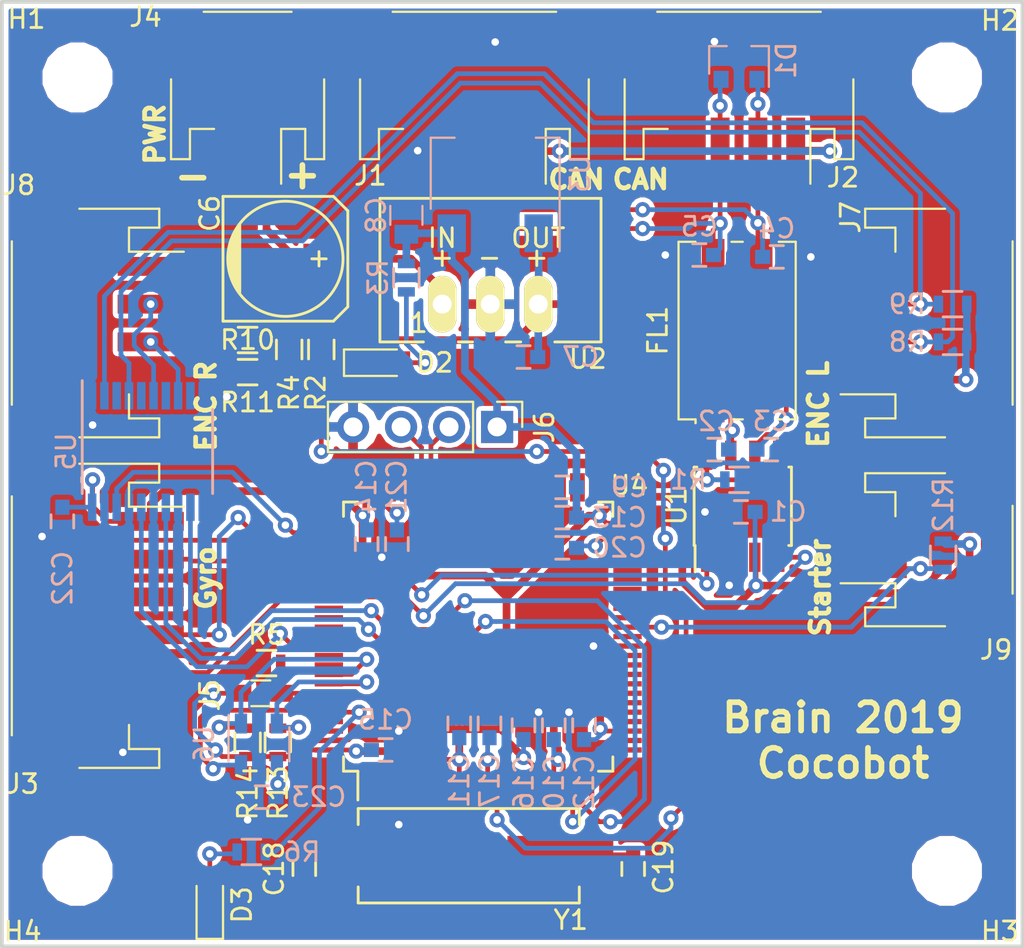
<source format=kicad_pcb>
(kicad_pcb (version 20171130) (host pcbnew "(5.0.0-rc2-108-g8444b1b61-dirty)")
  (layers (0 F.Cu signal) (31 B.Cu signal) (34 B.Paste user) (35 F.Paste user) (36 B.SilkS user) (37 F.SilkS user) (38 B.Mask user) (39 F.Mask user) (44 Edge.Cuts user))
  (net 0 "")
  (net 1 +3V3)
  (net 2 GND)
  (net 3 "Net-(C2-Pad1)")
  (net 4 "Net-(C3-Pad1)")
  (net 5 "Net-(C4-Pad1)")
  (net 6 "Net-(C5-Pad1)")
  (net 7 +BATT)
  (net 8 +5V)
  (net 9 /uc/nSRST_3v3)
  (net 10 "Net-(C18-Pad1)")
  (net 11 "Net-(C19-Pad1)")
  (net 12 "Net-(C20-Pad1)")
  (net 13 "Net-(C21-Pad1)")
  (net 14 "Net-(D2-Pad2)")
  (net 15 "Net-(D3-Pad2)")
  (net 16 "Net-(J1-Pad1)")
  (net 17 /uc/spi_gyro_~cs~_3v3)
  (net 18 /Gyro/sck_3v3)
  (net 19 /Gyro/miso_3v3)
  (net 20 /Gyro/mosi_3v3)
  (net 21 /uc/BOOT0_3v3)
  (net 22 "Net-(J6-Pad3)")
  (net 23 "Net-(J6-Pad2)")
  (net 24 /Encoders/enc_l_B_5v)
  (net 25 /Encoders/enc_l_A_5v)
  (net 26 /Encoders/enc_r_A_5v)
  (net 27 /Encoders/enc_r_B_5v)
  (net 28 /IO/starter_3v3)
  (net 29 "Net-(R1-Pad1)")
  (net 30 /Supply/vbatmon_0-3v3)
  (net 31 "Net-(R6-Pad1)")
  (net 32 /CAN/can_rx_3v3)
  (net 33 /CAN/can_tx_3v3)
  (net 34 /Encoders/enc_r_A_3v3)
  (net 35 /Encoders/enc_r_B_3v3)
  (net 36 /Encoders/enc_l_A_3v3)
  (net 37 /Encoders/enc_l_B_3v3)
  (net 38 "Net-(U4-Pad95)")
  (net 39 "Net-(R13-Pad2)")
  (net 40 "Net-(H1-Pad1)")
  (net 41 "Net-(H2-Pad1)")
  (net 42 "Net-(H3-Pad1)")
  (net 43 "Net-(H4-Pad1)")
  (net 44 "Net-(R14-Pad2)")
  (net 45 "Net-(U4-Pad98)")
  (net 46 "Net-(U4-Pad97)")
  (net 47 "Net-(U4-Pad91)")
  (net 48 "Net-(U4-Pad90)")
  (net 49 "Net-(U4-Pad88)")
  (net 50 "Net-(U4-Pad87)")
  (net 51 "Net-(U4-Pad86)")
  (net 52 "Net-(U4-Pad85)")
  (net 53 "Net-(U4-Pad84)")
  (net 54 "Net-(U4-Pad76)")
  (net 55 "Net-(U4-Pad72)")
  (net 56 "Net-(U4-Pad71)")
  (net 57 "Net-(U4-Pad70)")
  (net 58 "Net-(U4-Pad67)")
  (net 59 "Net-(U4-Pad66)")
  (net 60 "Net-(U4-Pad65)")
  (net 61 "Net-(U4-Pad64)")
  (net 62 "Net-(U4-Pad63)")
  (net 63 "Net-(U4-Pad62)")
  (net 64 "Net-(U4-Pad61)")
  (net 65 "Net-(U4-Pad60)")
  (net 66 "Net-(U4-Pad59)")
  (net 67 "Net-(U4-Pad58)")
  (net 68 "Net-(U4-Pad57)")
  (net 69 "Net-(U4-Pad56)")
  (net 70 "Net-(U4-Pad55)")
  (net 71 "Net-(U4-Pad54)")
  (net 72 "Net-(U4-Pad53)")
  (net 73 "Net-(U4-Pad52)")
  (net 74 "Net-(U4-Pad51)")
  (net 75 "Net-(U4-Pad46)")
  (net 76 "Net-(U4-Pad45)")
  (net 77 "Net-(U4-Pad44)")
  (net 78 "Net-(U4-Pad43)")
  (net 79 "Net-(U4-Pad42)")
  (net 80 "Net-(U4-Pad41)")
  (net 81 "Net-(U4-Pad40)")
  (net 82 "Net-(U4-Pad38)")
  (net 83 "Net-(U4-Pad36)")
  (net 84 "Net-(U4-Pad35)")
  (net 85 "Net-(U4-Pad34)")
  (net 86 "Net-(U4-Pad33)")
  (net 87 "Net-(U4-Pad32)")
  (net 88 "Net-(U4-Pad31)")
  (net 89 "Net-(U4-Pad30)")
  (net 90 "Net-(U4-Pad29)")
  (net 91 "Net-(U4-Pad26)")
  (net 92 "Net-(U4-Pad25)")
  (net 93 "Net-(U4-Pad18)")
  (net 94 "Net-(U4-Pad16)")
  (net 95 "Net-(U4-Pad9)")
  (net 96 "Net-(U4-Pad8)")
  (net 97 "Net-(U4-Pad5)")
  (net 98 "Net-(U4-Pad4)")
  (net 99 "Net-(U4-Pad3)")
  (net 100 "Net-(U4-Pad2)")
  (net 101 "Net-(U4-Pad1)")
  (net 102 "Net-(U5-Pad3)")
  (net 103 "Net-(U5-Pad5)")
  (net 104 "Net-(U5-Pad7)")
  (net 105 "Net-(U5-Pad9)")
  (net 106 "Net-(U4-Pad48)")
  (net 107 "Net-(U4-Pad47)")
  (net 108 "Net-(U4-Pad7)")
  (net 109 "Net-(U4-Pad17)")
  (module espitall:C_0603 (layer B.Cu) (at 89.1 77 180)
    (fp_text reference C1 (at -2.5 0.01 180) (layer B.SilkS) (effects (justify mirror)))
    (fp_text value 100n)
    (pad 2 smd rect (at 0.75 0 180) (size 0.8 0.75) (layers B.Cu B.Paste B.Mask) (net 2 GND))
    (pad 1 smd rect (at -0.75 0 180) (size 0.8 0.75) (layers B.Cu B.Paste B.Mask) (net 1 +3V3))
  )
  (module espitall:C_0603 (layer B.Cu) (at 87.7 73.7 180)
    (fp_text reference C2 (at -0.1 1.5 180) (layer B.SilkS) (effects (justify mirror)))
    (fp_text value C)
    (pad 2 smd rect (at 0.75 0 180) (size 0.8 0.75) (layers B.Cu B.Paste B.Mask) (net 2 GND))
    (pad 1 smd rect (at -0.75 0 180) (size 0.8 0.75) (layers B.Cu B.Paste B.Mask) (net 3 "Net-(C2-Pad1)"))
  )
  (module espitall:C_0603 (layer B.Cu) (at 90.7 73.7)
    (fp_text reference C3 (at 0 -1.5) (layer B.SilkS) (effects (justify mirror)))
    (fp_text value C)
    (pad 2 smd rect (at 0.75 0) (size 0.8 0.75) (layers B.Cu B.Paste B.Mask) (net 2 GND))
    (pad 1 smd rect (at -0.75 0) (size 0.8 0.75) (layers B.Cu B.Paste B.Mask) (net 4 "Net-(C3-Pad1)"))
  )
  (module espitall:C_0603 (layer B.Cu) (at 91 63.5)
    (fp_text reference C4 (at 0 -1.5) (layer B.SilkS) (effects (justify mirror)))
    (fp_text value C)
    (pad 2 smd rect (at 0.75 0) (size 0.8 0.75) (layers B.Cu B.Paste B.Mask) (net 2 GND))
    (pad 1 smd rect (at -0.75 0) (size 0.8 0.75) (layers B.Cu B.Paste B.Mask) (net 5 "Net-(C4-Pad1)"))
  )
  (module espitall:C_0603 (layer B.Cu) (at 86.9 63.4 180)
    (fp_text reference C5 (at 0 1.5 180) (layer B.SilkS) (effects (justify mirror)))
    (fp_text value C)
    (pad 2 smd rect (at 0.75 0 180) (size 0.8 0.75) (layers B.Cu B.Paste B.Mask) (net 2 GND))
    (pad 1 smd rect (at -0.75 0 180) (size 0.8 0.75) (layers B.Cu B.Paste B.Mask) (net 6 "Net-(C5-Pad1)"))
  )
  (module espitall:c_elec_6.3x7.7 (layer F.Cu) (at 65 63.6)
    (fp_text reference C6 (at -4 -2.4 90) (layer F.SilkS))
    (fp_text value CP)
    (pad 2 smd rect (at -2.75082 0) (size 3.59918 1.6002) (layers F.Cu F.Paste F.Mask) (net 2 GND))
    (pad 1 smd rect (at 2.75082 0) (size 3.59918 1.6002) (layers F.Cu F.Paste F.Mask) (net 7 +BATT))
  )
  (module espitall:C_0603 (layer B.Cu) (at 77.6 68.8 180)
    (fp_text reference C7 (at -3.017199 0.01 180) (layer B.SilkS) (effects (justify mirror)))
    (fp_text value 2u2)
    (pad 2 smd rect (at 0.75 0 180) (size 0.8 0.75) (layers B.Cu B.Paste B.Mask) (net 2 GND))
    (pad 1 smd rect (at -0.75 0 180) (size 0.8 0.75) (layers B.Cu B.Paste B.Mask) (net 8 +5V))
  )
  (module espitall:C_0805 (layer B.Cu) (at 71.4 61.3 90)
    (fp_text reference C8 (at 0 -1.6 90) (layer B.SilkS) (effects (justify mirror)))
    (fp_text value 47u)
    (pad 2 smd rect (at 1 0 90) (size 1 1.25) (layers B.Cu B.Paste B.Mask) (net 2 GND))
    (pad 1 smd rect (at -1 0 90) (size 1 1.25) (layers B.Cu B.Paste B.Mask) (net 1 +3V3))
  )
  (module espitall:C_0603 (layer B.Cu) (at 79.65 75.7 180)
    (fp_text reference C9 (at -3.55 0 180) (layer B.SilkS) (effects (justify mirror)))
    (fp_text value 10u)
    (pad 2 smd rect (at 0.75 0 180) (size 0.8 0.75) (layers B.Cu B.Paste B.Mask) (net 2 GND))
    (pad 1 smd rect (at -0.75 0 180) (size 0.8 0.75) (layers B.Cu B.Paste B.Mask) (net 1 +3V3))
  )
  (module espitall:C_0603 (layer B.Cu) (at 79.2 88.3 90)
    (fp_text reference C10 (at -3.017199 0.01 90) (layer B.SilkS) (effects (justify mirror)))
    (fp_text value 100n)
    (pad 2 smd rect (at 0.75 0 90) (size 0.8 0.75) (layers B.Cu B.Paste B.Mask) (net 2 GND))
    (pad 1 smd rect (at -0.75 0 90) (size 0.8 0.75) (layers B.Cu B.Paste B.Mask) (net 1 +3V3))
  )
  (module espitall:C_0603 (layer B.Cu) (at 74.2 88.2 90)
    (fp_text reference C11 (at -3.017199 0.01 90) (layer B.SilkS) (effects (justify mirror)))
    (fp_text value 100n)
    (pad 2 smd rect (at 0.75 0 90) (size 0.8 0.75) (layers B.Cu B.Paste B.Mask) (net 2 GND))
    (pad 1 smd rect (at -0.75 0 90) (size 0.8 0.75) (layers B.Cu B.Paste B.Mask) (net 1 +3V3))
  )
  (module espitall:C_0603 (layer B.Cu) (at 80.8 88.3 90)
    (fp_text reference C12 (at -3.017199 0.01 90) (layer B.SilkS) (effects (justify mirror)))
    (fp_text value 100n)
    (pad 2 smd rect (at 0.75 0 90) (size 0.8 0.75) (layers B.Cu B.Paste B.Mask) (net 2 GND))
    (pad 1 smd rect (at -0.75 0 90) (size 0.8 0.75) (layers B.Cu B.Paste B.Mask) (net 1 +3V3))
  )
  (module espitall:C_0603 (layer B.Cu) (at 79.65 77.3 180)
    (fp_text reference C13 (at -3.017199 0.01 180) (layer B.SilkS) (effects (justify mirror)))
    (fp_text value 100n)
    (pad 2 smd rect (at 0.75 0 180) (size 0.8 0.75) (layers B.Cu B.Paste B.Mask) (net 2 GND))
    (pad 1 smd rect (at -0.75 0 180) (size 0.8 0.75) (layers B.Cu B.Paste B.Mask) (net 1 +3V3))
  )
  (module espitall:C_0603 (layer B.Cu) (at 69.3 78.7 270)
    (fp_text reference C14 (at -3.017199 0.01 270) (layer B.SilkS) (effects (justify mirror)))
    (fp_text value 100n)
    (pad 2 smd rect (at 0.75 0 270) (size 0.8 0.75) (layers B.Cu B.Paste B.Mask) (net 2 GND))
    (pad 1 smd rect (at -0.75 0 270) (size 0.8 0.75) (layers B.Cu B.Paste B.Mask) (net 1 +3V3))
  )
  (module espitall:C_0603 (layer B.Cu) (at 70.3 89.6)
    (fp_text reference C15 (at 0 -1.6) (layer B.SilkS) (effects (justify mirror)))
    (fp_text value 100n)
    (pad 2 smd rect (at 0.75 0) (size 0.8 0.75) (layers B.Cu B.Paste B.Mask) (net 2 GND))
    (pad 1 smd rect (at -0.75 0) (size 0.8 0.75) (layers B.Cu B.Paste B.Mask) (net 1 +3V3))
  )
  (module espitall:C_0603 (layer B.Cu) (at 77.6 88.3 90)
    (fp_text reference C16 (at -3.017199 0.01 90) (layer B.SilkS) (effects (justify mirror)))
    (fp_text value 100n)
    (pad 2 smd rect (at 0.75 0 90) (size 0.8 0.75) (layers B.Cu B.Paste B.Mask) (net 2 GND))
    (pad 1 smd rect (at -0.75 0 90) (size 0.8 0.75) (layers B.Cu B.Paste B.Mask) (net 1 +3V3))
  )
  (module espitall:C_0603 (layer B.Cu) (at 75.8 88.2 90)
    (fp_text reference C17 (at -3.017199 0.01 90) (layer B.SilkS) (effects (justify mirror)))
    (fp_text value 100n)
    (pad 2 smd rect (at 0.75 0 90) (size 0.8 0.75) (layers B.Cu B.Paste B.Mask) (net 2 GND))
    (pad 1 smd rect (at -0.75 0 90) (size 0.8 0.75) (layers B.Cu B.Paste B.Mask) (net 9 /uc/nSRST_3v3))
  )
  (module espitall:C_0603 (layer F.Cu) (at 66 95.9 270)
    (fp_text reference C18 (at 0 1.6 270) (layer F.SilkS))
    (fp_text value 20p)
    (pad 2 smd rect (at 0.75 0 270) (size 0.8 0.75) (layers F.Cu F.Paste F.Mask) (net 2 GND))
    (pad 1 smd rect (at -0.75 0 270) (size 0.8 0.75) (layers F.Cu F.Paste F.Mask) (net 10 "Net-(C18-Pad1)"))
  )
  (module espitall:C_0603 (layer F.Cu) (at 83.4 95.9 270)
    (fp_text reference C19 (at -0.1 -1.6 270) (layer F.SilkS))
    (fp_text value 20p)
    (pad 2 smd rect (at 0.75 0 270) (size 0.8 0.75) (layers F.Cu F.Paste F.Mask) (net 2 GND))
    (pad 1 smd rect (at -0.75 0 270) (size 0.8 0.75) (layers F.Cu F.Paste F.Mask) (net 11 "Net-(C19-Pad1)"))
  )
  (module espitall:C_0603 (layer B.Cu) (at 79.65 78.9 180)
    (fp_text reference C20 (at -3.017199 0.01 180) (layer B.SilkS) (effects (justify mirror)))
    (fp_text value 2u2)
    (pad 2 smd rect (at 0.75 0 180) (size 0.8 0.75) (layers B.Cu B.Paste B.Mask) (net 2 GND))
    (pad 1 smd rect (at -0.75 0 180) (size 0.8 0.75) (layers B.Cu B.Paste B.Mask) (net 12 "Net-(C20-Pad1)"))
  )
  (module espitall:C_0603 (layer B.Cu) (at 70.9 78.7 270)
    (fp_text reference C21 (at -3.017199 0.01 270) (layer B.SilkS) (effects (justify mirror)))
    (fp_text value 2u2)
    (pad 2 smd rect (at 0.75 0 270) (size 0.8 0.75) (layers B.Cu B.Paste B.Mask) (net 2 GND))
    (pad 1 smd rect (at -0.75 0 270) (size 0.8 0.75) (layers B.Cu B.Paste B.Mask) (net 13 "Net-(C21-Pad1)"))
  )
  (module espitall:C_0603 (layer B.Cu) (at 53.2 77.5 90)
    (fp_text reference C22 (at -3.017199 0.01 270) (layer B.SilkS) (effects (justify mirror)))
    (fp_text value 100n)
    (pad 2 smd rect (at 0.75 0 90) (size 0.8 0.75) (layers B.Cu B.Paste B.Mask) (net 1 +3V3))
    (pad 1 smd rect (at -0.75 0 90) (size 0.8 0.75) (layers B.Cu B.Paste B.Mask) (net 2 GND))
  )
  (module espitall:SOT-23 (layer B.Cu) (at 89 53.1 90)
    (fp_text reference D1 (at 0 2.5 90) (layer B.SilkS) (effects (justify mirror)))
    (fp_text value NUP2105LT1G)
    (pad 3 smd rect (at 1 0 90) (size 0.9 0.8) (layers B.Cu B.Paste B.Mask) (net 2 GND))
    (pad 2 smd rect (at -1 -0.95 90) (size 0.9 0.8) (layers B.Cu B.Paste B.Mask) (net 6 "Net-(C5-Pad1)"))
    (pad 1 smd rect (at -1 0.95 90) (size 0.9 0.8) (layers B.Cu B.Paste B.Mask) (net 5 "Net-(C4-Pad1)"))
  )
  (module espitall:LED_0805 (layer F.Cu) (at 69.9 69.1)
    (fp_text reference D2 (at 3 0) (layer F.SilkS))
    (fp_text value LED)
    (pad 1 smd rect (at -1.099999 0 180) (size 1.2 1.2) (layers F.Cu F.Paste F.Mask) (net 2 GND))
    (pad 2 smd rect (at 1.099999 0 180) (size 1.2 1.2) (layers F.Cu F.Paste F.Mask) (net 14 "Net-(D2-Pad2)"))
  )
  (module espitall:LED_0805 (layer F.Cu) (at 61 97.8 90)
    (fp_text reference D3 (at 0 1.7 90) (layer F.SilkS))
    (fp_text value LED)
    (pad 1 smd rect (at -1.099999 0 270) (size 1.2 1.2) (layers F.Cu F.Paste F.Mask) (net 2 GND))
    (pad 2 smd rect (at 1.099999 0 270) (size 1.2 1.2) (layers F.Cu F.Paste F.Mask) (net 15 "Net-(D3-Pad2)"))
  )
  (module espitall:DR331 (layer F.Cu) (at 88.9 67.4 90)
    (fp_text reference FL1 (at 0 -4.2 90) (layer F.SilkS))
    (fp_text value DR331-113BE)
    (pad 1 smd rect (at -3.75 -1.27 90) (size 2.2 1.2) (layers F.Cu F.Paste F.Mask) (net 4 "Net-(C3-Pad1)"))
    (pad 2 smd rect (at -3.75 1.27 90) (size 2.2 1.2) (layers F.Cu F.Paste F.Mask) (net 3 "Net-(C2-Pad1)"))
    (pad 3 smd rect (at 3.75 1.27 90) (size 2.2 1.2) (layers F.Cu F.Paste F.Mask) (net 5 "Net-(C4-Pad1)"))
    (pad 4 smd rect (at 3.75 -1.27 90) (size 2.2 1.2) (layers F.Cu F.Paste F.Mask) (net 6 "Net-(C5-Pad1)"))
  )
  (module Mounting_Holes:MountingHole_3.2mm_M3 (layer F.Cu) (at 54 54)
    (fp_text reference H1 (at -2.7 -3.1) (layer F.SilkS))
    (fp_text value Conn_01x01)
    (pad 1 np_thru_hole circle (at 0 0) (size 3.2 3.2) (drill 3.2) (layers *.Cu *.Mask) (net 40 "Net-(H1-Pad1)"))
  )
  (module Mounting_Holes:MountingHole_3.2mm_M3 (layer F.Cu) (at 100 54)
    (fp_text reference H2 (at 2.8 -3) (layer F.SilkS))
    (fp_text value Conn_01x01)
    (pad 1 np_thru_hole circle (at 0 0) (size 3.2 3.2) (drill 3.2) (layers *.Cu *.Mask) (net 41 "Net-(H2-Pad1)"))
  )
  (module Mounting_Holes:MountingHole_3.2mm_M3 (layer F.Cu) (at 100 96)
    (fp_text reference H3 (at 2.8 3.2) (layer F.SilkS))
    (fp_text value Conn_01x01)
    (pad 1 np_thru_hole circle (at 0 0) (size 3.2 3.2) (drill 3.2) (layers *.Cu *.Mask) (net 42 "Net-(H3-Pad1)"))
  )
  (module Mounting_Holes:MountingHole_3.2mm_M3 (layer F.Cu) (at 54 96)
    (fp_text reference H4 (at -2.9 3.2) (layer F.SilkS))
    (fp_text value Conn_01x01)
    (pad 1 np_thru_hole circle (at 0 0) (size 3.2 3.2) (drill 3.2) (layers *.Cu *.Mask) (net 43 "Net-(H4-Pad1)"))
  )
  (module espitall:JST_PH_S4B-PH-SM4-TB_04x2.00mm_Angled (layer F.Cu) (at 75 55 180)
    (fp_text reference J1 (at 5.5 -4.2 180) (layer F.SilkS))
    (fp_text value CocobotCAN)
    (pad 1 smd rect (at -3 -2.875 180) (size 1 3.5) (layers F.Cu F.Paste F.Mask) (net 16 "Net-(J1-Pad1)"))
    (pad 2 smd rect (at -1 -2.875 180) (size 1 3.5) (layers F.Cu F.Paste F.Mask) (net 5 "Net-(C4-Pad1)"))
    (pad 3 smd rect (at 1 -2.875 180) (size 1 3.5) (layers F.Cu F.Paste F.Mask) (net 6 "Net-(C5-Pad1)"))
    (pad 4 smd rect (at 3 -2.875 180) (size 1 3.5) (layers F.Cu F.Paste F.Mask) (net 2 GND))
    (pad case smd rect (at -5.35 2.875 180) (size 1.5 3.4) (layers F.Cu F.Paste F.Mask) (net 2 GND))
    (pad case smd rect (at 5.35 2.875 180) (size 1.5 3.4) (layers F.Cu F.Paste F.Mask) (net 2 GND))
  )
  (module espitall:JST_PH_S4B-PH-SM4-TB_04x2.00mm_Angled (layer F.Cu) (at 89 55 180)
    (fp_text reference J2 (at -5.5 -4.3 180) (layer F.SilkS))
    (fp_text value CocobotCAN)
    (pad 1 smd rect (at -3 -2.875 180) (size 1 3.5) (layers F.Cu F.Paste F.Mask) (net 16 "Net-(J1-Pad1)"))
    (pad 2 smd rect (at -1 -2.875 180) (size 1 3.5) (layers F.Cu F.Paste F.Mask) (net 5 "Net-(C4-Pad1)"))
    (pad 3 smd rect (at 1 -2.875 180) (size 1 3.5) (layers F.Cu F.Paste F.Mask) (net 6 "Net-(C5-Pad1)"))
    (pad 4 smd rect (at 3 -2.875 180) (size 1 3.5) (layers F.Cu F.Paste F.Mask) (net 2 GND))
    (pad case smd rect (at -5.35 2.875 180) (size 1.5 3.4) (layers F.Cu F.Paste F.Mask) (net 2 GND))
    (pad case smd rect (at 5.35 2.875 180) (size 1.5 3.4) (layers F.Cu F.Paste F.Mask) (net 2 GND))
  )
  (module espitall:JST_PH_S6B-PH-SM4-TB_06x2.00mm_Angled (layer F.Cu) (at 55 82.5 270)
    (fp_text reference J3 (at 8.9 3.9) (layer F.SilkS))
    (fp_text value JST_PH_S6B-PH-SM4-TB_06x2.00mm_Angled)
    (pad 1 smd rect (at -5 -2.875 270) (size 1 3.5) (layers F.Cu F.Paste F.Mask) (net 1 +3V3))
    (pad 2 smd rect (at -3 -2.875 270) (size 1 3.5) (layers F.Cu F.Paste F.Mask) (net 20 /Gyro/mosi_3v3))
    (pad 3 smd rect (at -1 -2.875 270) (size 1 3.5) (layers F.Cu F.Paste F.Mask) (net 19 /Gyro/miso_3v3))
    (pad 4 smd rect (at 1 -2.875 270) (size 1 3.5) (layers F.Cu F.Paste F.Mask) (net 18 /Gyro/sck_3v3))
    (pad 5 smd rect (at 3 -2.875 270) (size 1 3.5) (layers F.Cu F.Paste F.Mask) (net 17 /uc/spi_gyro_~cs~_3v3))
    (pad 6 smd rect (at 5 -2.875 270) (size 1 3.5) (layers F.Cu F.Paste F.Mask) (net 2 GND))
    (pad case smd rect (at -7.35 2.875 270) (size 1.5 3.4) (layers F.Cu F.Paste F.Mask) (net 2 GND))
    (pad case smd rect (at 7.35 2.875 270) (size 1.5 3.4) (layers F.Cu F.Paste F.Mask) (net 2 GND))
  )
  (module espitall:JST_PH_S2B-PH-SM4-TB_02x2.00mm_Angled (layer F.Cu) (at 63 55 180)
    (fp_text reference J4 (at 5.4 4.2 180) (layer F.SilkS))
    (fp_text value JST_PH_S2B-PH-SM4-TB_02x2.00mm_Angled)
    (pad 1 smd rect (at -1 -2.875 180) (size 1 3.5) (layers F.Cu F.Paste F.Mask) (net 7 +BATT))
    (pad 2 smd rect (at 1 -2.875 180) (size 1 3.5) (layers F.Cu F.Paste F.Mask) (net 2 GND))
    (pad case smd rect (at -3.35 2.875 180) (size 1.5 3.4) (layers F.Cu F.Paste F.Mask) (net 2 GND))
    (pad case smd rect (at 3.35 2.875 180) (size 1.5 3.4) (layers F.Cu F.Paste F.Mask) (net 2 GND))
  )
  (module espitall:R_0603_HandSoldering (layer F.Cu) (at 63.7 86.6)
    (fp_text reference J5 (at -2.7 0.1 90) (layer F.SilkS))
    (fp_text value Conn_01x02)
    (pad 1 smd rect (at -1.099999 0) (size 1.2 0.9) (layers F.Cu F.Paste F.Mask) (net 1 +3V3))
    (pad 2 smd rect (at 1.099999 0) (size 1.2 0.9) (layers F.Cu F.Paste F.Mask) (net 21 /uc/BOOT0_3v3))
  )
  (module Socket_Strips:Socket_Strip_Straight_1x04_Pitch2.54mm (layer F.Cu) (at 76.2 72.5 270)
    (fp_text reference J6 (at 0 -2.5 90) (layer F.SilkS))
    (fp_text value Conn_01x04)
    (pad 1 thru_hole rect (at 0 0 270) (size 1.7 1.7) (drill 1) (layers *.Cu *.Mask) (net 1 +3V3))
    (pad 2 thru_hole oval (at 0 2.54 270) (size 1.7 1.7) (drill 1) (layers *.Cu *.Mask) (net 23 "Net-(J6-Pad2)"))
    (pad 3 thru_hole oval (at 0 5.08 270) (size 1.7 1.7) (drill 1) (layers *.Cu *.Mask) (net 22 "Net-(J6-Pad3)"))
    (pad 4 thru_hole oval (at 0 7.62 270) (size 1.7 1.7) (drill 1) (layers *.Cu *.Mask) (net 2 GND))
  )
  (module espitall:JST_PH_S4B-PH-SM4-TB_04x2.00mm_Angled (layer F.Cu) (at 99 67 90)
    (fp_text reference J7 (at 5.6 -4.1 90) (layer F.SilkS))
    (fp_text value JST_PH_S4B-PH-SM4-TB_04x2.00mm_Angled)
    (pad 1 smd rect (at -3 -2.875 90) (size 1 3.5) (layers F.Cu F.Paste F.Mask) (net 8 +5V))
    (pad 2 smd rect (at -1 -2.875 90) (size 1 3.5) (layers F.Cu F.Paste F.Mask) (net 25 /Encoders/enc_l_A_5v))
    (pad 3 smd rect (at 1 -2.875 90) (size 1 3.5) (layers F.Cu F.Paste F.Mask) (net 24 /Encoders/enc_l_B_5v))
    (pad 4 smd rect (at 3 -2.875 90) (size 1 3.5) (layers F.Cu F.Paste F.Mask) (net 2 GND))
    (pad case smd rect (at -5.35 2.875 90) (size 1.5 3.4) (layers F.Cu F.Paste F.Mask) (net 2 GND))
    (pad case smd rect (at 5.35 2.875 90) (size 1.5 3.4) (layers F.Cu F.Paste F.Mask) (net 2 GND))
  )
  (module espitall:JST_PH_S4B-PH-SM4-TB_04x2.00mm_Angled (layer F.Cu) (at 55 67 270)
    (fp_text reference J8 (at -7.3 4.1) (layer F.SilkS))
    (fp_text value JST_PH_S4B-PH-SM4-TB_04x2.00mm_Angled)
    (pad 1 smd rect (at -3 -2.875 270) (size 1 3.5) (layers F.Cu F.Paste F.Mask) (net 8 +5V))
    (pad 2 smd rect (at -1 -2.875 270) (size 1 3.5) (layers F.Cu F.Paste F.Mask) (net 26 /Encoders/enc_r_A_5v))
    (pad 3 smd rect (at 1 -2.875 270) (size 1 3.5) (layers F.Cu F.Paste F.Mask) (net 27 /Encoders/enc_r_B_5v))
    (pad 4 smd rect (at 3 -2.875 270) (size 1 3.5) (layers F.Cu F.Paste F.Mask) (net 2 GND))
    (pad case smd rect (at -5.35 2.875 270) (size 1.5 3.4) (layers F.Cu F.Paste F.Mask) (net 2 GND))
    (pad case smd rect (at 5.35 2.875 270) (size 1.5 3.4) (layers F.Cu F.Paste F.Mask) (net 2 GND))
  )
  (module espitall:JST_PH_S2B-PH-SM4-TB_02x2.00mm_Angled (layer F.Cu) (at 99 79 90)
    (fp_text reference J9 (at -5.3 3.6 180) (layer F.SilkS))
    (fp_text value JST_PH_S2B-PH-SM4-TB_02x2.00mm_Angled)
    (pad 1 smd rect (at -1 -2.875 90) (size 1 3.5) (layers F.Cu F.Paste F.Mask) (net 28 /IO/starter_3v3))
    (pad 2 smd rect (at 1 -2.875 90) (size 1 3.5) (layers F.Cu F.Paste F.Mask) (net 2 GND))
    (pad case smd rect (at -3.35 2.875 90) (size 1.5 3.4) (layers F.Cu F.Paste F.Mask) (net 2 GND))
    (pad case smd rect (at 3.35 2.875 90) (size 1.5 3.4) (layers F.Cu F.Paste F.Mask) (net 2 GND))
  )
  (module espitall:R_0603 (layer B.Cu) (at 89 75.3)
    (fp_text reference R1 (at -2.674 -0.004 180) (layer B.SilkS) (effects (justify mirror)))
    (fp_text value 0)
    (pad 2 smd rect (at 0.75 0) (size 0.5 0.9) (layers B.Cu B.Paste B.Mask) (net 2 GND))
    (pad 1 smd rect (at -0.75 0) (size 0.5 0.9) (layers B.Cu B.Paste B.Mask) (net 29 "Net-(R1-Pad1)"))
  )
  (module espitall:R_0603 (layer F.Cu) (at 66.9 68.4 270)
    (fp_text reference R2 (at 2.3 0.3 90) (layer F.SilkS))
    (fp_text value 10k)
    (pad 2 smd rect (at 0.75 0 270) (size 0.5 0.9) (layers F.Cu F.Paste F.Mask) (net 30 /Supply/vbatmon_0-3v3))
    (pad 1 smd rect (at -0.75 0 270) (size 0.5 0.9) (layers F.Cu F.Paste F.Mask) (net 7 +BATT))
  )
  (module espitall:R_0603 (layer B.Cu) (at 71.4 64.6 270)
    (fp_text reference R3 (at 0 1.5 90) (layer B.SilkS) (effects (justify mirror)))
    (fp_text value 220)
    (pad 2 smd rect (at 0.75 0 270) (size 0.5 0.9) (layers B.Cu B.Paste B.Mask) (net 14 "Net-(D2-Pad2)"))
    (pad 1 smd rect (at -0.75 0 270) (size 0.5 0.9) (layers B.Cu B.Paste B.Mask) (net 1 +3V3))
  )
  (module espitall:R_0603 (layer F.Cu) (at 65.2 68.4 90)
    (fp_text reference R4 (at -2.3 0 90) (layer F.SilkS))
    (fp_text value 1k)
    (pad 2 smd rect (at 0.75 0 90) (size 0.5 0.9) (layers F.Cu F.Paste F.Mask) (net 2 GND))
    (pad 1 smd rect (at -0.75 0 90) (size 0.5 0.9) (layers F.Cu F.Paste F.Mask) (net 30 /Supply/vbatmon_0-3v3))
  )
  (module espitall:R_0603 (layer F.Cu) (at 64 85 180)
    (fp_text reference R5 (at 0 1.5) (layer F.SilkS))
    (fp_text value 10k)
    (pad 2 smd rect (at 0.75 0 180) (size 0.5 0.9) (layers F.Cu F.Paste F.Mask) (net 2 GND))
    (pad 1 smd rect (at -0.75 0 180) (size 0.5 0.9) (layers F.Cu F.Paste F.Mask) (net 21 /uc/BOOT0_3v3))
  )
  (module espitall:R_0603 (layer B.Cu) (at 63.2 95 180)
    (fp_text reference R6 (at -2.674 -0.004) (layer B.SilkS) (effects (justify mirror)))
    (fp_text value 220)
    (pad 2 smd rect (at 0.75 0 180) (size 0.5 0.9) (layers B.Cu B.Paste B.Mask) (net 15 "Net-(D3-Pad2)"))
    (pad 1 smd rect (at -0.75 0 180) (size 0.5 0.9) (layers B.Cu B.Paste B.Mask) (net 31 "Net-(R6-Pad1)"))
  )
  (module espitall:R_0603 (layer B.Cu) (at 100.3 68 180)
    (fp_text reference R8 (at 2.4 0) (layer B.SilkS) (effects (justify mirror)))
    (fp_text value R)
    (pad 2 smd rect (at 0.75 0 180) (size 0.5 0.9) (layers B.Cu B.Paste B.Mask) (net 25 /Encoders/enc_l_A_5v))
    (pad 1 smd rect (at -0.75 0 180) (size 0.5 0.9) (layers B.Cu B.Paste B.Mask) (net 8 +5V))
  )
  (module espitall:R_0603 (layer B.Cu) (at 100.3 66 180)
    (fp_text reference R9 (at 2.4 -0.004) (layer B.SilkS) (effects (justify mirror)))
    (fp_text value R)
    (pad 2 smd rect (at 0.75 0 180) (size 0.5 0.9) (layers B.Cu B.Paste B.Mask) (net 24 /Encoders/enc_l_B_5v))
    (pad 1 smd rect (at -0.75 0 180) (size 0.5 0.9) (layers B.Cu B.Paste B.Mask) (net 8 +5V))
  )
  (module espitall:R_0603 (layer F.Cu) (at 63 67.9 180)
    (fp_text reference R10 (at 0 0.004 180) (layer F.SilkS))
    (fp_text value R)
    (pad 2 smd rect (at 0.75 0 180) (size 0.5 0.9) (layers F.Cu F.Paste F.Mask) (net 26 /Encoders/enc_r_A_5v))
    (pad 1 smd rect (at -0.75 0 180) (size 0.5 0.9) (layers F.Cu F.Paste F.Mask) (net 8 +5V))
  )
  (module espitall:R_0603 (layer F.Cu) (at 63 69.6 180)
    (fp_text reference R11 (at 0 -1.6) (layer F.SilkS))
    (fp_text value R)
    (pad 2 smd rect (at 0.75 0 180) (size 0.5 0.9) (layers F.Cu F.Paste F.Mask) (net 27 /Encoders/enc_r_B_5v))
    (pad 1 smd rect (at -0.75 0 180) (size 0.5 0.9) (layers F.Cu F.Paste F.Mask) (net 8 +5V))
  )
  (module espitall:R_0603 (layer B.Cu) (at 99.8 79.3 270)
    (fp_text reference R12 (at -2.674 -0.004 90) (layer B.SilkS) (effects (justify mirror)))
    (fp_text value 10k)
    (pad 2 smd rect (at 0.75 0 270) (size 0.5 0.9) (layers B.Cu B.Paste B.Mask) (net 28 /IO/starter_3v3))
    (pad 1 smd rect (at -0.75 0 270) (size 0.5 0.9) (layers B.Cu B.Paste B.Mask) (net 1 +3V3))
  )
  (module Housings_SOIC:SOIC-8_3.9x4.9mm_Pitch1.27mm (layer F.Cu) (at 89.2 76.7 90)
    (fp_text reference U1 (at 0 -3.5 90) (layer F.SilkS))
    (fp_text value MAX3051ESA)
    (pad 1 smd rect (at -2.7 -1.905 90) (size 1.55 0.6) (layers F.Cu F.Paste F.Mask) (net 33 /CAN/can_tx_3v3))
    (pad 2 smd rect (at -2.7 -0.635 90) (size 1.55 0.6) (layers F.Cu F.Paste F.Mask) (net 2 GND))
    (pad 3 smd rect (at -2.7 0.635 90) (size 1.55 0.6) (layers F.Cu F.Paste F.Mask) (net 1 +3V3))
    (pad 4 smd rect (at -2.7 1.905 90) (size 1.55 0.6) (layers F.Cu F.Paste F.Mask) (net 32 /CAN/can_rx_3v3))
    (pad 5 smd rect (at 2.7 1.905 90) (size 1.55 0.6) (layers F.Cu F.Paste F.Mask) (net 29 "Net-(R1-Pad1)"))
    (pad 6 smd rect (at 2.7 0.635 90) (size 1.55 0.6) (layers F.Cu F.Paste F.Mask) (net 4 "Net-(C3-Pad1)"))
    (pad 7 smd rect (at 2.7 -0.635 90) (size 1.55 0.6) (layers F.Cu F.Paste F.Mask) (net 3 "Net-(C2-Pad1)"))
    (pad 8 smd rect (at 2.7 -1.905 90) (size 1.55 0.6) (layers F.Cu F.Paste F.Mask) (net 29 "Net-(R1-Pad1)"))
  )
  (module espitall:TSR-1 (layer F.Cu) (at 73.3 66)
    (fp_text reference U2 (at 7.7 2.9) (layer F.SilkS))
    (fp_text value TSR1-2450)
    (fp_text user + (at -0.0005 -2.50038) (layer F.SilkS))
    (fp_text user + (at 5.00076 -2.50038) (layer F.SilkS))
    (fp_text user - (at 2.49886 -2.50038 180) (layer F.SilkS))
    (fp_text user IN (at 0 -3.4986) (layer F.SilkS))
    (fp_text user OUT (at 5.08 -3.4986) (layer F.SilkS))
    (fp_text user 1 (at -1.25 1) (layer F.SilkS))
    (pad 3 thru_hole oval (at 5.08 0) (size 1.50114 2.99974) (drill 1.00076) (layers *.Cu *.Mask F.SilkS) (net 8 +5V))
    (pad 2 thru_hole oval (at 2.54 0) (size 1.50114 2.99974) (drill 1.00076) (layers *.Cu *.Mask F.SilkS) (net 2 GND))
    (pad 1 thru_hole oval (at 0 0) (size 1.50114 2.99974) (drill 1.00076) (layers *.Cu *.Mask F.SilkS) (net 7 +BATT))
  )
  (module espitall:SOT-223-3_TabPin2 (layer B.Cu) (at 76.1 59.1 90)
    (fp_text reference U3 (at 0 4.5 90) (layer B.SilkS) (effects (justify mirror)))
    (fp_text value LM3940IMP-3.3)
    (pad 2 smd rect (at 3.15 0 90) (size 2 3.8) (layers B.Cu B.Paste B.Mask) (net 2 GND))
    (pad 2 smd rect (at -3.15 0 90) (size 2 1.5) (layers B.Cu B.Paste B.Mask) (net 2 GND))
    (pad 3 smd rect (at -3.15 -2.3 90) (size 2 1.5) (layers B.Cu B.Paste B.Mask) (net 1 +3V3))
    (pad 1 smd rect (at -3.15 2.3 90) (size 2 1.5) (layers B.Cu B.Paste B.Mask) (net 8 +5V))
  )
  (module espitall:LQFP-100_14x14mm_Pitch0.5mm (layer F.Cu) (at 75.2 83.6 90)
    (fp_text reference U4 (at 8 8 180) (layer F.SilkS))
    (fp_text value STM32F407VG)
    (pad 100 smd rect (at -6 -7.9 180) (size 1.5 0.28) (layers F.Cu F.Paste F.Mask) (net 1 +3V3))
    (pad 99 smd rect (at -5.5 -7.9 180) (size 1.5 0.28) (layers F.Cu F.Paste F.Mask) (net 2 GND))
    (pad 98 smd rect (at -5 -7.9 180) (size 1.5 0.28) (layers F.Cu F.Paste F.Mask) (net 45 "Net-(U4-Pad98)"))
    (pad 97 smd rect (at -4.5 -7.9 180) (size 1.5 0.28) (layers F.Cu F.Paste F.Mask) (net 46 "Net-(U4-Pad97)"))
    (pad 96 smd rect (at -4 -7.9 180) (size 1.5 0.28) (layers F.Cu F.Paste F.Mask) (net 31 "Net-(R6-Pad1)"))
    (pad 95 smd rect (at -3.5 -7.9 180) (size 1.5 0.28) (layers F.Cu F.Paste F.Mask) (net 38 "Net-(U4-Pad95)"))
    (pad 94 smd rect (at -3 -7.9 180) (size 1.5 0.28) (layers F.Cu F.Paste F.Mask) (net 21 /uc/BOOT0_3v3))
    (pad 93 smd rect (at -2.5 -7.9 180) (size 1.5 0.28) (layers F.Cu F.Paste F.Mask) (net 39 "Net-(R13-Pad2)"))
    (pad 92 smd rect (at -2 -7.9 180) (size 1.5 0.28) (layers F.Cu F.Paste F.Mask) (net 44 "Net-(R14-Pad2)"))
    (pad 91 smd rect (at -1.5 -7.9 180) (size 1.5 0.28) (layers F.Cu F.Paste F.Mask) (net 47 "Net-(U4-Pad91)"))
    (pad 90 smd rect (at -1 -7.9 180) (size 1.5 0.28) (layers F.Cu F.Paste F.Mask) (net 48 "Net-(U4-Pad90)"))
    (pad 89 smd rect (at -0.5 -7.9 180) (size 1.5 0.28) (layers F.Cu F.Paste F.Mask) (net 37 /Encoders/enc_l_B_3v3))
    (pad 88 smd rect (at 0 -7.9 180) (size 1.5 0.28) (layers F.Cu F.Paste F.Mask) (net 49 "Net-(U4-Pad88)"))
    (pad 87 smd rect (at 0.5 -7.9 180) (size 1.5 0.28) (layers F.Cu F.Paste F.Mask) (net 50 "Net-(U4-Pad87)"))
    (pad 86 smd rect (at 1 -7.9 180) (size 1.5 0.28) (layers F.Cu F.Paste F.Mask) (net 51 "Net-(U4-Pad86)"))
    (pad 85 smd rect (at 1.5 -7.9 180) (size 1.5 0.28) (layers F.Cu F.Paste F.Mask) (net 52 "Net-(U4-Pad85)"))
    (pad 84 smd rect (at 2 -7.9 180) (size 1.5 0.28) (layers F.Cu F.Paste F.Mask) (net 53 "Net-(U4-Pad84)"))
    (pad 83 smd rect (at 2.5 -7.9 180) (size 1.5 0.28) (layers F.Cu F.Paste F.Mask) (net 17 /uc/spi_gyro_~cs~_3v3))
    (pad 82 smd rect (at 3 -7.9 180) (size 1.5 0.28) (layers F.Cu F.Paste F.Mask) (net 32 /CAN/can_rx_3v3))
    (pad 81 smd rect (at 3.5 -7.9 180) (size 1.5 0.28) (layers F.Cu F.Paste F.Mask) (net 33 /CAN/can_tx_3v3))
    (pad 80 smd rect (at 4 -7.9 180) (size 1.5 0.28) (layers F.Cu F.Paste F.Mask) (net 20 /Gyro/mosi_3v3))
    (pad 79 smd rect (at 4.5 -7.9 180) (size 1.5 0.28) (layers F.Cu F.Paste F.Mask) (net 19 /Gyro/miso_3v3))
    (pad 78 smd rect (at 5 -7.9 180) (size 1.5 0.28) (layers F.Cu F.Paste F.Mask) (net 18 /Gyro/sck_3v3))
    (pad 77 smd rect (at 5.5 -7.9 180) (size 1.5 0.28) (layers F.Cu F.Paste F.Mask) (net 36 /Encoders/enc_l_A_3v3))
    (pad 76 smd rect (at 6 -7.9 180) (size 1.5 0.28) (layers F.Cu F.Paste F.Mask) (net 54 "Net-(U4-Pad76)"))
    (pad 75 smd rect (at 7.9 -6 90) (size 1.5 0.28) (layers F.Cu F.Paste F.Mask) (net 1 +3V3))
    (pad 74 smd rect (at 7.9 -5.5 90) (size 1.5 0.28) (layers F.Cu F.Paste F.Mask) (net 2 GND))
    (pad 73 smd rect (at 7.9 -5 90) (size 1.5 0.28) (layers F.Cu F.Paste F.Mask) (net 13 "Net-(C21-Pad1)"))
    (pad 72 smd rect (at 7.9 -4.5 90) (size 1.5 0.28) (layers F.Cu F.Paste F.Mask) (net 55 "Net-(U4-Pad72)"))
    (pad 71 smd rect (at 7.9 -4 90) (size 1.5 0.28) (layers F.Cu F.Paste F.Mask) (net 56 "Net-(U4-Pad71)"))
    (pad 70 smd rect (at 7.9 -3.5 90) (size 1.5 0.28) (layers F.Cu F.Paste F.Mask) (net 57 "Net-(U4-Pad70)"))
    (pad 69 smd rect (at 7.9 -3 90) (size 1.5 0.28) (layers F.Cu F.Paste F.Mask) (net 22 "Net-(J6-Pad3)"))
    (pad 68 smd rect (at 7.9 -2.5 90) (size 1.5 0.28) (layers F.Cu F.Paste F.Mask) (net 23 "Net-(J6-Pad2)"))
    (pad 67 smd rect (at 7.9 -2 90) (size 1.5 0.28) (layers F.Cu F.Paste F.Mask) (net 58 "Net-(U4-Pad67)"))
    (pad 66 smd rect (at 7.9 -1.5 90) (size 1.5 0.28) (layers F.Cu F.Paste F.Mask) (net 59 "Net-(U4-Pad66)"))
    (pad 65 smd rect (at 7.9 -1 90) (size 1.5 0.28) (layers F.Cu F.Paste F.Mask) (net 60 "Net-(U4-Pad65)"))
    (pad 64 smd rect (at 7.9 -0.5 90) (size 1.5 0.28) (layers F.Cu F.Paste F.Mask) (net 61 "Net-(U4-Pad64)"))
    (pad 63 smd rect (at 7.9 0 90) (size 1.5 0.28) (layers F.Cu F.Paste F.Mask) (net 62 "Net-(U4-Pad63)"))
    (pad 62 smd rect (at 7.9 0.5 90) (size 1.5 0.28) (layers F.Cu F.Paste F.Mask) (net 63 "Net-(U4-Pad62)"))
    (pad 61 smd rect (at 7.9 1 90) (size 1.5 0.28) (layers F.Cu F.Paste F.Mask) (net 64 "Net-(U4-Pad61)"))
    (pad 60 smd rect (at 7.9 1.5 90) (size 1.5 0.28) (layers F.Cu F.Paste F.Mask) (net 65 "Net-(U4-Pad60)"))
    (pad 59 smd rect (at 7.9 2 90) (size 1.5 0.28) (layers F.Cu F.Paste F.Mask) (net 66 "Net-(U4-Pad59)"))
    (pad 58 smd rect (at 7.9 2.5 90) (size 1.5 0.28) (layers F.Cu F.Paste F.Mask) (net 67 "Net-(U4-Pad58)"))
    (pad 57 smd rect (at 7.9 3 90) (size 1.5 0.28) (layers F.Cu F.Paste F.Mask) (net 68 "Net-(U4-Pad57)"))
    (pad 56 smd rect (at 7.9 3.5 90) (size 1.5 0.28) (layers F.Cu F.Paste F.Mask) (net 69 "Net-(U4-Pad56)"))
    (pad 55 smd rect (at 7.9 4 90) (size 1.5 0.28) (layers F.Cu F.Paste F.Mask) (net 70 "Net-(U4-Pad55)"))
    (pad 54 smd rect (at 7.9 4.5 90) (size 1.5 0.28) (layers F.Cu F.Paste F.Mask) (net 71 "Net-(U4-Pad54)"))
    (pad 53 smd rect (at 7.9 5 90) (size 1.5 0.28) (layers F.Cu F.Paste F.Mask) (net 72 "Net-(U4-Pad53)"))
    (pad 52 smd rect (at 7.9 5.5 90) (size 1.5 0.28) (layers F.Cu F.Paste F.Mask) (net 73 "Net-(U4-Pad52)"))
    (pad 51 smd rect (at 7.9 6 90) (size 1.5 0.28) (layers F.Cu F.Paste F.Mask) (net 74 "Net-(U4-Pad51)"))
    (pad 50 smd rect (at 6 7.9 180) (size 1.5 0.28) (layers F.Cu F.Paste F.Mask) (net 1 +3V3))
    (pad 49 smd rect (at 5.5 7.9 180) (size 1.5 0.28) (layers F.Cu F.Paste F.Mask) (net 12 "Net-(C20-Pad1)"))
    (pad 48 smd rect (at 5 7.9 180) (size 1.5 0.28) (layers F.Cu F.Paste F.Mask) (net 106 "Net-(U4-Pad48)"))
    (pad 47 smd rect (at 4.5 7.9 180) (size 1.5 0.28) (layers F.Cu F.Paste F.Mask) (net 107 "Net-(U4-Pad47)"))
    (pad 46 smd rect (at 4 7.9 180) (size 1.5 0.28) (layers F.Cu F.Paste F.Mask) (net 75 "Net-(U4-Pad46)"))
    (pad 45 smd rect (at 3.5 7.9 180) (size 1.5 0.28) (layers F.Cu F.Paste F.Mask) (net 76 "Net-(U4-Pad45)"))
    (pad 44 smd rect (at 3 7.9 180) (size 1.5 0.28) (layers F.Cu F.Paste F.Mask) (net 77 "Net-(U4-Pad44)"))
    (pad 43 smd rect (at 2.5 7.9 180) (size 1.5 0.28) (layers F.Cu F.Paste F.Mask) (net 78 "Net-(U4-Pad43)"))
    (pad 42 smd rect (at 2 7.9 180) (size 1.5 0.28) (layers F.Cu F.Paste F.Mask) (net 79 "Net-(U4-Pad42)"))
    (pad 41 smd rect (at 1.5 7.9 180) (size 1.5 0.28) (layers F.Cu F.Paste F.Mask) (net 80 "Net-(U4-Pad41)"))
    (pad 40 smd rect (at 1 7.9 180) (size 1.5 0.28) (layers F.Cu F.Paste F.Mask) (net 81 "Net-(U4-Pad40)"))
    (pad 39 smd rect (at 0.5 7.9 180) (size 1.5 0.28) (layers F.Cu F.Paste F.Mask) (net 28 /IO/starter_3v3))
    (pad 38 smd rect (at 0 7.9 180) (size 1.5 0.28) (layers F.Cu F.Paste F.Mask) (net 82 "Net-(U4-Pad38)"))
    (pad 37 smd rect (at -0.5 7.9 180) (size 1.5 0.28) (layers F.Cu F.Paste F.Mask) (net 2 GND))
    (pad 36 smd rect (at -1 7.9 180) (size 1.5 0.28) (layers F.Cu F.Paste F.Mask) (net 83 "Net-(U4-Pad36)"))
    (pad 35 smd rect (at -1.5 7.9 180) (size 1.5 0.28) (layers F.Cu F.Paste F.Mask) (net 84 "Net-(U4-Pad35)"))
    (pad 34 smd rect (at -2 7.9 180) (size 1.5 0.28) (layers F.Cu F.Paste F.Mask) (net 85 "Net-(U4-Pad34)"))
    (pad 33 smd rect (at -2.5 7.9 180) (size 1.5 0.28) (layers F.Cu F.Paste F.Mask) (net 86 "Net-(U4-Pad33)"))
    (pad 32 smd rect (at -3 7.9 180) (size 1.5 0.28) (layers F.Cu F.Paste F.Mask) (net 87 "Net-(U4-Pad32)"))
    (pad 31 smd rect (at -3.5 7.9 180) (size 1.5 0.28) (layers F.Cu F.Paste F.Mask) (net 88 "Net-(U4-Pad31)"))
    (pad 30 smd rect (at -4 7.9 180) (size 1.5 0.28) (layers F.Cu F.Paste F.Mask) (net 89 "Net-(U4-Pad30)"))
    (pad 29 smd rect (at -4.5 7.9 180) (size 1.5 0.28) (layers F.Cu F.Paste F.Mask) (net 90 "Net-(U4-Pad29)"))
    (pad 28 smd rect (at -5 7.9 180) (size 1.5 0.28) (layers F.Cu F.Paste F.Mask) (net 1 +3V3))
    (pad 27 smd rect (at -5.5 7.9 180) (size 1.5 0.28) (layers F.Cu F.Paste F.Mask) (net 2 GND))
    (pad 26 smd rect (at -6 7.9 180) (size 1.5 0.28) (layers F.Cu F.Paste F.Mask) (net 91 "Net-(U4-Pad26)"))
    (pad 25 smd rect (at -7.9 6 90) (size 1.5 0.28) (layers F.Cu F.Paste F.Mask) (net 92 "Net-(U4-Pad25)"))
    (pad 24 smd rect (at -7.9 5.5 90) (size 1.5 0.28) (layers F.Cu F.Paste F.Mask) (net 35 /Encoders/enc_r_B_3v3))
    (pad 23 smd rect (at -7.9 5 90) (size 1.5 0.28) (layers F.Cu F.Paste F.Mask) (net 34 /Encoders/enc_r_A_3v3))
    (pad 22 smd rect (at -7.9 4.5 90) (size 1.5 0.28) (layers F.Cu F.Paste F.Mask) (net 1 +3V3))
    (pad 21 smd rect (at -7.9 4 90) (size 1.5 0.28) (layers F.Cu F.Paste F.Mask) (net 1 +3V3))
    (pad 20 smd rect (at -7.9 3.5 90) (size 1.5 0.28) (layers F.Cu F.Paste F.Mask) (net 2 GND))
    (pad 19 smd rect (at -7.9 3 90) (size 1.5 0.28) (layers F.Cu F.Paste F.Mask) (net 1 +3V3))
    (pad 18 smd rect (at -7.9 2.5 90) (size 1.5 0.28) (layers F.Cu F.Paste F.Mask) (net 93 "Net-(U4-Pad18)"))
    (pad 17 smd rect (at -7.9 2 90) (size 1.5 0.28) (layers F.Cu F.Paste F.Mask) (net 109 "Net-(U4-Pad17)"))
    (pad 16 smd rect (at -7.9 1.5 90) (size 1.5 0.28) (layers F.Cu F.Paste F.Mask) (net 94 "Net-(U4-Pad16)"))
    (pad 15 smd rect (at -7.9 1 90) (size 1.5 0.28) (layers F.Cu F.Paste F.Mask) (net 30 /Supply/vbatmon_0-3v3))
    (pad 14 smd rect (at -7.9 0.5 90) (size 1.5 0.28) (layers F.Cu F.Paste F.Mask) (net 9 /uc/nSRST_3v3))
    (pad 13 smd rect (at -7.9 0 90) (size 1.5 0.28) (layers F.Cu F.Paste F.Mask) (net 11 "Net-(C19-Pad1)"))
    (pad 12 smd rect (at -7.9 -0.5 90) (size 1.5 0.28) (layers F.Cu F.Paste F.Mask) (net 10 "Net-(C18-Pad1)"))
    (pad 11 smd rect (at -7.9 -1 90) (size 1.5 0.28) (layers F.Cu F.Paste F.Mask) (net 1 +3V3))
    (pad 10 smd rect (at -7.9 -1.5 90) (size 1.5 0.28) (layers F.Cu F.Paste F.Mask) (net 2 GND))
    (pad 9 smd rect (at -7.9 -2 90) (size 1.5 0.28) (layers F.Cu F.Paste F.Mask) (net 95 "Net-(U4-Pad9)"))
    (pad 8 smd rect (at -7.9 -2.5 90) (size 1.5 0.28) (layers F.Cu F.Paste F.Mask) (net 96 "Net-(U4-Pad8)"))
    (pad 7 smd rect (at -7.9 -3 90) (size 1.5 0.28) (layers F.Cu F.Paste F.Mask) (net 108 "Net-(U4-Pad7)"))
    (pad 6 smd rect (at -7.9 -3.5 90) (size 1.5 0.28) (layers F.Cu F.Paste F.Mask) (net 1 +3V3))
    (pad 5 smd rect (at -7.9 -4 90) (size 1.5 0.28) (layers F.Cu F.Paste F.Mask) (net 97 "Net-(U4-Pad5)"))
    (pad 4 smd rect (at -7.9 -4.5 90) (size 1.5 0.28) (layers F.Cu F.Paste F.Mask) (net 98 "Net-(U4-Pad4)"))
    (pad 3 smd rect (at -7.9 -5 90) (size 1.5 0.28) (layers F.Cu F.Paste F.Mask) (net 99 "Net-(U4-Pad3)"))
    (pad 2 smd rect (at -7.9 -5.5 90) (size 1.5 0.28) (layers F.Cu F.Paste F.Mask) (net 100 "Net-(U4-Pad2)"))
    (pad 1 smd rect (at -7.9 -6 90) (size 1.5 0.28) (layers F.Cu F.Paste F.Mask) (net 101 "Net-(U4-Pad1)"))
  )
  (module espitall:TSSOP-20_4.4x6.5mm_Pitch0.65mm (layer B.Cu) (at 57.7 73.8 270)
    (fp_text reference U5 (at 0 4.3 270) (layer B.SilkS) (effects (justify mirror)))
    (fp_text value MC74VHC244DTG)
    (pad 1 smd rect (at -2.95 2.925 270) (size 1.45 0.45) (layers B.Cu B.Paste B.Mask) (net 2 GND))
    (pad 2 smd rect (at -2.95 2.275 270) (size 1.45 0.45) (layers B.Cu B.Paste B.Mask) (net 25 /Encoders/enc_l_A_5v))
    (pad 3 smd rect (at -2.95 1.625 270) (size 1.45 0.45) (layers B.Cu B.Paste B.Mask) (net 102 "Net-(U5-Pad3)"))
    (pad 4 smd rect (at -2.95 0.975 270) (size 1.45 0.45) (layers B.Cu B.Paste B.Mask) (net 24 /Encoders/enc_l_B_5v))
    (pad 5 smd rect (at -2.95 0.325 270) (size 1.45 0.45) (layers B.Cu B.Paste B.Mask) (net 103 "Net-(U5-Pad5)"))
    (pad 6 smd rect (at -2.95 -0.325 270) (size 1.45 0.45) (layers B.Cu B.Paste B.Mask) (net 26 /Encoders/enc_r_A_5v))
    (pad 7 smd rect (at -2.95 -0.975 270) (size 1.45 0.45) (layers B.Cu B.Paste B.Mask) (net 104 "Net-(U5-Pad7)"))
    (pad 8 smd rect (at -2.95 -1.625 270) (size 1.45 0.45) (layers B.Cu B.Paste B.Mask) (net 27 /Encoders/enc_r_B_5v))
    (pad 9 smd rect (at -2.95 -2.275 270) (size 1.45 0.45) (layers B.Cu B.Paste B.Mask) (net 105 "Net-(U5-Pad9)"))
    (pad 10 smd rect (at -2.95 -2.925 270) (size 1.45 0.45) (layers B.Cu B.Paste B.Mask) (net 2 GND))
    (pad 11 smd rect (at 2.95 -2.925 270) (size 1.45 0.45) (layers B.Cu B.Paste B.Mask) (net 2 GND))
    (pad 12 smd rect (at 2.95 -2.275 270) (size 1.45 0.45) (layers B.Cu B.Paste B.Mask) (net 35 /Encoders/enc_r_B_3v3))
    (pad 13 smd rect (at 2.95 -1.625 270) (size 1.45 0.45) (layers B.Cu B.Paste B.Mask) (net 2 GND))
    (pad 14 smd rect (at 2.95 -0.975 270) (size 1.45 0.45) (layers B.Cu B.Paste B.Mask) (net 34 /Encoders/enc_r_A_3v3))
    (pad 15 smd rect (at 2.95 -0.325 270) (size 1.45 0.45) (layers B.Cu B.Paste B.Mask) (net 2 GND))
    (pad 16 smd rect (at 2.95 0.325 270) (size 1.45 0.45) (layers B.Cu B.Paste B.Mask) (net 37 /Encoders/enc_l_B_3v3))
    (pad 17 smd rect (at 2.95 0.975 270) (size 1.45 0.45) (layers B.Cu B.Paste B.Mask) (net 2 GND))
    (pad 18 smd rect (at 2.95 1.625 270) (size 1.45 0.45) (layers B.Cu B.Paste B.Mask) (net 36 /Encoders/enc_l_A_3v3))
    (pad 19 smd rect (at 2.95 2.275 270) (size 1.45 0.45) (layers B.Cu B.Paste B.Mask) (net 2 GND))
    (pad 20 smd rect (at 2.95 2.925 270) (size 1.45 0.45) (layers B.Cu B.Paste B.Mask) (net 1 +3V3))
  )
  (module espitall:Crystal_HC49-SD_SMD (layer F.Cu) (at 74.7 95.2)
    (fp_text reference Y1 (at 5.4 3.4 -180) (layer F.SilkS))
    (fp_text value 8M)
    (pad 2 smd rect (at 4.84886 0) (size 5.6007 2.10058) (layers F.Cu F.Paste F.Mask) (net 11 "Net-(C19-Pad1)"))
    (pad 1 smd rect (at -4.84886 0) (size 5.6007 2.10058) (layers F.Cu F.Paste F.Mask) (net 10 "Net-(C18-Pad1)"))
  )
  (module espitall:C_0603 (layer B.Cu) (at 63.75 92.1 180)
    (fp_text reference C23 (at -3.017199 0.01 180) (layer B.SilkS) (effects (justify mirror)))
    (fp_text value 100n)
    (pad 1 smd rect (at -0.75 0 180) (size 0.8 0.75) (layers B.Cu B.Paste B.Mask) (net 1 +3V3))
    (pad 2 smd rect (at 0.75 0 180) (size 0.8 0.75) (layers B.Cu B.Paste B.Mask) (net 2 GND))
  )
  (module espitall:R_0603 (layer F.Cu) (at 64.6 89.2 90)
    (fp_text reference R13 (at -2.674 0.004 -90) (layer F.SilkS))
    (fp_text value 2k2)
    (pad 1 smd rect (at -0.75 0 90) (size 0.5 0.9) (layers F.Cu F.Paste F.Mask) (net 1 +3V3))
    (pad 2 smd rect (at 0.75 0 90) (size 0.5 0.9) (layers F.Cu F.Paste F.Mask) (net 39 "Net-(R13-Pad2)"))
  )
  (module espitall:R_0603 (layer F.Cu) (at 63 89.2 90)
    (fp_text reference R14 (at -2.674 0.004 -90) (layer F.SilkS))
    (fp_text value 2k2)
    (pad 2 smd rect (at 0.75 0 90) (size 0.5 0.9) (layers F.Cu F.Paste F.Mask) (net 44 "Net-(R14-Pad2)"))
    (pad 1 smd rect (at -0.75 0 90) (size 0.5 0.9) (layers F.Cu F.Paste F.Mask) (net 1 +3V3))
  )
  (module espitall:SOT-23-5 (layer B.Cu) (at 63.6 89.3 270)
    (fp_text reference U6 (at 0 2.9 270) (layer B.SilkS) (effects (justify mirror)))
    (fp_text value 24LC64T-I)
    (pad 5 smd rect (at 1.1 0.95 270) (size 1.06 0.65) (layers B.Cu B.Paste B.Mask) (net 38 "Net-(U4-Pad95)"))
    (pad 4 smd rect (at 1.1 -0.95 270) (size 1.06 0.65) (layers B.Cu B.Paste B.Mask) (net 1 +3V3))
    (pad 3 smd rect (at -1.1 -0.95 270) (size 1.06 0.65) (layers B.Cu B.Paste B.Mask) (net 39 "Net-(R13-Pad2)"))
    (pad 2 smd rect (at -1.1 0 270) (size 1.06 0.65) (layers B.Cu B.Paste B.Mask) (net 2 GND))
    (pad 1 smd rect (at -1.1 0.95 270) (size 1.06 0.65) (layers B.Cu B.Paste B.Mask) (net 44 "Net-(R14-Pad2)"))
  )
  (gr_text Starter (at 93.3 81 90) (layer F.SilkS) (effects (font (size 1 1) (thickness 0.25))))
  (gr_text Gyro (at 60.8 80.5 90) (layer F.SilkS) (effects (font (size 1 1) (thickness 0.25))))
  (gr_text "ENC R" (at 60.8 71.4 90) (layer F.SilkS) (effects (font (size 1 1) (thickness 0.25))))
  (gr_text "ENC L" (at 93.2 71.3 90) (layer F.SilkS) (effects (font (size 1 1) (thickness 0.25))))
  (gr_text CAN (at 83.8 59.4) (layer F.SilkS) (effects (font (size 1 1) (thickness 0.25))))
  (gr_text CAN (at 80.4 59.4) (layer F.SilkS) (effects (font (size 1 1) (thickness 0.25))))
  (gr_text + (at 65.9 59.1) (layer F.SilkS) (effects (font (size 1.5 1.5) (thickness 0.3))))
  (gr_text - (at 60.1 59.2) (layer F.SilkS) (effects (font (size 1.5 1.5) (thickness 0.3))))
  (gr_text PWR (at 58.1 57 90) (layer F.SilkS) (effects (font (size 1 1) (thickness 0.25))))
  (gr_text "Brain 2019\nCocobot" (at 94.5 89.1) (layer F.SilkS) (effects (font (size 1.5 1.5) (thickness 0.3))))
  (gr_line (start 50 50) (end 50 100) (layer Edge.Cuts) (width 0.2))
  (gr_line (start 104 50) (end 104 100) (layer Edge.Cuts) (width 0.2))
  (gr_line (start 50 100) (end 104 100) (layer Edge.Cuts) (width 0.2))
  (gr_line (start 50 50) (end 104 50) (layer Edge.Cuts) (width 0.2))
  (segment (start 71.45 62.25) (end 71.4 62.3) (width 0.4064) (layer B.Cu) (net 1))
  (segment (start 73.8 62.25) (end 71.45 62.25) (width 0.4064) (layer B.Cu) (net 1))
  (segment (start 71.4 62.3) (end 71.4 63.85) (width 0.4064) (layer B.Cu) (net 1))
  (via (at 81.6 77.2) (size 0.8) (drill 0.4) (layers F.Cu B.Cu) (net 1))
  (segment (start 83.1 77.6) (end 82 77.6) (width 0.25) (layer F.Cu) (net 1))
  (segment (start 82 77.6) (end 81.6 77.2) (width 0.25) (layer F.Cu) (net 1))
  (segment (start 80.5 77.2) (end 80.4 77.3) (width 0.25) (layer B.Cu) (net 1))
  (segment (start 81.6 77.2) (end 80.5 77.2) (width 0.25) (layer B.Cu) (net 1))
  (segment (start 78.2 90.5) (end 77.8 90.1) (width 0.25) (layer F.Cu) (net 1))
  (segment (start 78.2 91.5) (end 78.2 90.5) (width 0.25) (layer F.Cu) (net 1))
  (via (at 77.6 90) (size 0.8) (drill 0.4) (layers F.Cu B.Cu) (net 1))
  (segment (start 77.8 90.1) (end 77.7 90.1) (width 0.25) (layer F.Cu) (net 1))
  (segment (start 77.7 90.1) (end 77.6 90) (width 0.25) (layer F.Cu) (net 1))
  (segment (start 77.6 90) (end 77.6 89.05) (width 0.25) (layer B.Cu) (net 1))
  (via (at 79.42501 90.1) (size 0.8) (drill 0.4) (layers F.Cu B.Cu) (net 1))
  (segment (start 79.2 89.87499) (end 79.42501 90.1) (width 0.25) (layer B.Cu) (net 1))
  (segment (start 79.7 90.37499) (end 79.42501 90.1) (width 0.25) (layer F.Cu) (net 1))
  (segment (start 79.2 91.5) (end 79.2 90.32501) (width 0.25) (layer F.Cu) (net 1))
  (segment (start 79.2 89.05) (end 79.2 89.87499) (width 0.25) (layer B.Cu) (net 1))
  (segment (start 79.2 90.32501) (end 79.42501 90.1) (width 0.25) (layer F.Cu) (net 1))
  (segment (start 79.7 91.5) (end 79.7 90.37499) (width 0.25) (layer F.Cu) (net 1))
  (segment (start 83.1 88.6) (end 81.779712 88.6) (width 0.25) (layer F.Cu) (net 1))
  (segment (start 81.779712 88.6) (end 81.654702 88.47499) (width 0.25) (layer F.Cu) (net 1))
  (segment (start 81.654702 88.820298) (end 81.654702 88.47499) (width 0.25) (layer B.Cu) (net 1))
  (segment (start 80.8 89.05) (end 81.425 89.05) (width 0.25) (layer B.Cu) (net 1))
  (segment (start 81.425 89.05) (end 81.654702 88.820298) (width 0.25) (layer B.Cu) (net 1))
  (via (at 81.654702 88.47499) (size 0.8) (drill 0.4) (layers F.Cu B.Cu) (net 1))
  (via (at 74.2 90.1) (size 0.8) (drill 0.4) (layers F.Cu B.Cu) (net 1))
  (segment (start 74.2 91.5) (end 74.2 90.1) (width 0.25) (layer F.Cu) (net 1))
  (segment (start 74.2 90.1) (end 74.2 88.95) (width 0.25) (layer B.Cu) (net 1))
  (segment (start 71.7 91.5) (end 71.7 90.4) (width 0.25) (layer F.Cu) (net 1))
  (segment (start 72 90.1) (end 74.2 90.1) (width 0.25) (layer F.Cu) (net 1))
  (segment (start 71.7 90.4) (end 72 90.1) (width 0.25) (layer F.Cu) (net 1))
  (segment (start 69.55 89.6) (end 68.80804 89.6) (width 0.25) (layer B.Cu) (net 1))
  (segment (start 68.80804 89.6) (end 68.745298 89.662742) (width 0.25) (layer B.Cu) (net 1))
  (segment (start 68.682556 89.6) (end 68.745298 89.662742) (width 0.25) (layer F.Cu) (net 1))
  (via (at 68.745298 89.662742) (size 0.8) (drill 0.4) (layers F.Cu B.Cu) (net 1))
  (segment (start 67.3 89.6) (end 68.682556 89.6) (width 0.25) (layer F.Cu) (net 1))
  (segment (start 69.3 77.3) (end 69.183531 77.183531) (width 0.25) (layer B.Cu) (net 1))
  (segment (start 69.183531 77.183531) (end 69.08474 77.183531) (width 0.25) (layer B.Cu) (net 1))
  (segment (start 69.3 77.95) (end 69.3 77.3) (width 0.25) (layer B.Cu) (net 1))
  (segment (start 69.2 77.068271) (end 69.08474 77.183531) (width 0.25) (layer F.Cu) (net 1))
  (segment (start 69.2 75.7) (end 69.2 77.068271) (width 0.25) (layer F.Cu) (net 1))
  (via (at 69.08474 77.183531) (size 0.8) (drill 0.4) (layers F.Cu B.Cu) (net 1))
  (segment (start 80.4 75.7) (end 80.4 77.3) (width 0.4064) (layer B.Cu) (net 1))
  (segment (start 80.4 75.7) (end 80.4 73.9) (width 0.4064) (layer B.Cu) (net 1))
  (segment (start 79 72.5) (end 76.2 72.5) (width 0.4064) (layer B.Cu) (net 1))
  (segment (start 80.4 73.9) (end 79 72.5) (width 0.4064) (layer B.Cu) (net 1))
  (segment (start 76.2 71.2436) (end 74.5 69.5436) (width 0.4064) (layer B.Cu) (net 1))
  (segment (start 76.2 72.5) (end 76.2 71.2436) (width 0.4064) (layer B.Cu) (net 1))
  (segment (start 74.5 69.5436) (end 74.5 64.4) (width 0.4064) (layer B.Cu) (net 1))
  (segment (start 73.8 63.7) (end 73.8 62.25) (width 0.4064) (layer B.Cu) (net 1))
  (segment (start 74.5 64.4) (end 73.8 63.7) (width 0.4064) (layer B.Cu) (net 1))
  (segment (start 81.034315 77.2) (end 77.234315 81) (width 0.4064) (layer F.Cu) (net 1))
  (segment (start 81.6 77.2) (end 81.034315 77.2) (width 0.4064) (layer F.Cu) (net 1))
  (segment (start 77.6 90) (end 76.7 89.1) (width 0.4064) (layer F.Cu) (net 1))
  (segment (start 77.234315 81) (end 76.7 81) (width 0.4064) (layer F.Cu) (net 1))
  (segment (start 76.734315 81.5) (end 77.234315 81) (width 0.4064) (layer F.Cu) (net 1))
  (segment (start 76.7 81.5) (end 76.734315 81.5) (width 0.4064) (layer F.Cu) (net 1))
  (segment (start 76.7 81.5) (end 76.7 81) (width 0.4064) (layer F.Cu) (net 1))
  (segment (start 76.7 81.5) (end 76.2 81) (width 0.4064) (layer F.Cu) (net 1))
  (segment (start 76.7 81) (end 76.2 81) (width 0.4064) (layer F.Cu) (net 1))
  (segment (start 74.2 90.1) (end 74.2 89.3) (width 0.4064) (layer F.Cu) (net 1))
  (segment (start 76.7 88.8) (end 76.7 88.5) (width 0.4064) (layer F.Cu) (net 1))
  (segment (start 76.4 88.5) (end 76.7 88.8) (width 0.4064) (layer F.Cu) (net 1))
  (segment (start 76.7 89.1) (end 76.7 88.8) (width 0.4064) (layer F.Cu) (net 1))
  (segment (start 75 88.5) (end 76.4 88.5) (width 0.4064) (layer F.Cu) (net 1))
  (segment (start 76.4 88.5) (end 76.7 88.5) (width 0.4064) (layer F.Cu) (net 1))
  (segment (start 76.4 88.5) (end 76.7 88.2) (width 0.4064) (layer F.Cu) (net 1))
  (segment (start 76.7 88.5) (end 76.7 88.2) (width 0.4064) (layer F.Cu) (net 1))
  (segment (start 79.42501 89.534315) (end 79.2 89.309305) (width 0.4064) (layer F.Cu) (net 1))
  (segment (start 79.42501 90.1) (end 79.42501 89.534315) (width 0.4064) (layer F.Cu) (net 1))
  (segment (start 79.2 89.309305) (end 79.2 87) (width 0.4064) (layer F.Cu) (net 1))
  (segment (start 76.7 88.2) (end 76.7 85.9) (width 0.4064) (layer F.Cu) (net 1))
  (segment (start 76.7 85.9) (end 76.7 81.5) (width 0.4064) (layer F.Cu) (net 1))
  (segment (start 78.1 85.9) (end 77.5 85.9) (width 0.4064) (layer F.Cu) (net 1))
  (segment (start 77.5 85.9) (end 76.7 85.9) (width 0.4064) (layer F.Cu) (net 1))
  (segment (start 81.654702 86.954702) (end 81.654702 88.47499) (width 0.4064) (layer F.Cu) (net 1))
  (segment (start 80.6 85.9) (end 81.654702 86.954702) (width 0.4064) (layer F.Cu) (net 1))
  (segment (start 79.2 86.3) (end 79.6 85.9) (width 0.4064) (layer F.Cu) (net 1))
  (segment (start 79.6 85.9) (end 80.6 85.9) (width 0.4064) (layer F.Cu) (net 1))
  (segment (start 79.2 85.9) (end 79.6 85.9) (width 0.4064) (layer F.Cu) (net 1))
  (segment (start 79.2 87) (end 79.2 86.3) (width 0.4064) (layer F.Cu) (net 1))
  (segment (start 79.2 86.3) (end 79.2 85.9) (width 0.4064) (layer F.Cu) (net 1))
  (segment (start 79.2 86.3) (end 78.8 85.9) (width 0.4064) (layer F.Cu) (net 1))
  (segment (start 77.5 85.9) (end 78.8 85.9) (width 0.4064) (layer F.Cu) (net 1))
  (segment (start 78.8 85.9) (end 79.2 85.9) (width 0.4064) (layer F.Cu) (net 1))
  (segment (start 68.745298 89.662742) (end 71.337258 89.662742) (width 0.4064) (layer F.Cu) (net 1))
  (segment (start 71.337258 89.662742) (end 72.5 88.5) (width 0.4064) (layer F.Cu) (net 1))
  (segment (start 74.2 88.8) (end 74.5 88.5) (width 0.4064) (layer F.Cu) (net 1))
  (segment (start 74.5 88.5) (end 75 88.5) (width 0.4064) (layer F.Cu) (net 1))
  (segment (start 74.2 89.3) (end 74.2 88.8) (width 0.4064) (layer F.Cu) (net 1))
  (segment (start 74.2 88.5) (end 74.5 88.5) (width 0.4064) (layer F.Cu) (net 1))
  (segment (start 74.2 88.8) (end 74.2 88.5) (width 0.4064) (layer F.Cu) (net 1))
  (segment (start 74.2 88.8) (end 73.9 88.5) (width 0.4064) (layer F.Cu) (net 1))
  (segment (start 72.5 88.5) (end 73.9 88.5) (width 0.4064) (layer F.Cu) (net 1))
  (segment (start 73.9 88.5) (end 74.2 88.5) (width 0.4064) (layer F.Cu) (net 1))
  (via (at 89.9 80.9) (size 0.8) (drill 0.4) (layers F.Cu B.Cu) (net 1))
  (segment (start 89.85 77) (end 89.85 80.85) (width 0.25) (layer B.Cu) (net 1))
  (segment (start 89.85 80.85) (end 89.9 80.9) (width 0.25) (layer B.Cu) (net 1))
  (segment (start 89.9 79.465) (end 89.835 79.4) (width 0.25) (layer F.Cu) (net 1))
  (segment (start 89.9 80.9) (end 89.9 79.465) (width 0.25) (layer F.Cu) (net 1))
  (via (at 101.2 78.7) (size 0.8) (drill 0.4) (layers F.Cu B.Cu) (net 1))
  (segment (start 101.2 79.5) (end 101.2 78.7) (width 0.4064) (layer F.Cu) (net 1))
  (segment (start 99.400001 81.299999) (end 101.2 79.5) (width 0.4064) (layer F.Cu) (net 1))
  (segment (start 99.95 78.7) (end 99.8 78.55) (width 0.4064) (layer B.Cu) (net 1))
  (segment (start 101.2 78.7) (end 99.95 78.7) (width 0.4064) (layer B.Cu) (net 1))
  (segment (start 89.9 80.9) (end 88.8 82) (width 0.4064) (layer F.Cu) (net 1))
  (segment (start 82.6 76.2) (end 81.6 77.2) (width 0.4064) (layer F.Cu) (net 1))
  (segment (start 88.8 82) (end 87.3 82) (width 0.4064) (layer F.Cu) (net 1))
  (segment (start 86 80.7) (end 86 76.9) (width 0.4064) (layer F.Cu) (net 1))
  (segment (start 87.3 82) (end 86 80.7) (width 0.4064) (layer F.Cu) (net 1))
  (segment (start 86 76.9) (end 85.3 76.2) (width 0.4064) (layer F.Cu) (net 1))
  (segment (start 85.3 76.2) (end 82.6 76.2) (width 0.4064) (layer F.Cu) (net 1))
  (segment (start 92.300001 80.9) (end 92.7 81.299999) (width 0.4064) (layer F.Cu) (net 1))
  (segment (start 89.9 80.9) (end 92.300001 80.9) (width 0.4064) (layer F.Cu) (net 1))
  (segment (start 92.7 81.299999) (end 99.400001 81.299999) (width 0.4064) (layer F.Cu) (net 1))
  (segment (start 57.875 76.5936) (end 58.5686 75.9) (width 0.4064) (layer F.Cu) (net 1))
  (segment (start 57.875 77.5) (end 57.875 76.5936) (width 0.4064) (layer F.Cu) (net 1))
  (segment (start 67.801209 75.9) (end 69.08474 77.183531) (width 0.4064) (layer F.Cu) (net 1))
  (segment (start 58.5686 75.9) (end 67.801209 75.9) (width 0.4064) (layer F.Cu) (net 1))
  (segment (start 53.2 76.75) (end 54.775 76.75) (width 0.25) (layer B.Cu) (net 1))
  (via (at 54.8 75.3) (size 0.8) (drill 0.4) (layers F.Cu B.Cu) (net 1))
  (segment (start 54.775 76.75) (end 54.775 75.325) (width 0.25) (layer B.Cu) (net 1))
  (segment (start 54.775 75.325) (end 54.8 75.3) (width 0.25) (layer B.Cu) (net 1))
  (segment (start 54.8 75.3) (end 54.8 76.7) (width 0.25) (layer F.Cu) (net 1))
  (segment (start 55.6 77.5) (end 57.875 77.5) (width 0.25) (layer F.Cu) (net 1))
  (segment (start 54.8 76.7) (end 55.6 77.5) (width 0.25) (layer F.Cu) (net 1))
  (segment (start 69.08474 77.749216) (end 69.08474 77.183531) (width 0.4064) (layer F.Cu) (net 1))
  (segment (start 69.08474 79.601326) (end 69.08474 77.749216) (width 0.4064) (layer F.Cu) (net 1))
  (segment (start 69.855203 80.371789) (end 69.08474 79.601326) (width 0.4064) (layer F.Cu) (net 1))
  (segment (start 75.571789 80.371789) (end 69.855203 80.371789) (width 0.4064) (layer F.Cu) (net 1))
  (segment (start 76.2 81) (end 75.571789 80.371789) (width 0.4064) (layer F.Cu) (net 1))
  (segment (start 63 89.95) (end 64.6 89.95) (width 0.25) (layer F.Cu) (net 1))
  (via (at 64.6 91.4) (size 0.8) (drill 0.4) (layers F.Cu B.Cu) (net 1))
  (segment (start 64.6 89.95) (end 64.6 91.4) (width 0.25) (layer F.Cu) (net 1))
  (segment (start 64.6 92) (end 64.5 92.1) (width 0.25) (layer B.Cu) (net 1))
  (segment (start 64.6 91.4) (end 64.6 92) (width 0.25) (layer B.Cu) (net 1))
  (segment (start 64.6 90.45) (end 64.55 90.4) (width 0.25) (layer B.Cu) (net 1))
  (segment (start 64.6 91.4) (end 64.6 90.45) (width 0.25) (layer B.Cu) (net 1))
  (via (at 61.2 86.7) (size 0.8) (drill 0.4) (layers F.Cu B.Cu) (net 1))
  (segment (start 61.3 86.6) (end 61.2 86.7) (width 0.25) (layer F.Cu) (net 1))
  (segment (start 62.600001 86.6) (end 61.3 86.6) (width 0.25) (layer F.Cu) (net 1))
  (segment (start 60.634315 86.7) (end 60.2 87.134315) (width 0.25) (layer B.Cu) (net 1))
  (segment (start 61.2 86.7) (end 60.634315 86.7) (width 0.25) (layer B.Cu) (net 1))
  (segment (start 60.2 87.134315) (end 60.2 88.5) (width 0.25) (layer B.Cu) (net 1))
  (via (at 61.3 89.6) (size 0.8) (drill 0.4) (layers F.Cu B.Cu) (net 1))
  (segment (start 60.2 88.5) (end 61.3 89.6) (width 0.25) (layer B.Cu) (net 1))
  (segment (start 61.65 89.95) (end 61.3 89.6) (width 0.25) (layer F.Cu) (net 1))
  (segment (start 63 89.95) (end 61.65 89.95) (width 0.25) (layer F.Cu) (net 1))
  (segment (start 65.3 89.95) (end 65.65 89.6) (width 0.25) (layer F.Cu) (net 1))
  (segment (start 65.65 89.6) (end 65.7 89.6) (width 0.25) (layer F.Cu) (net 1))
  (segment (start 64.6 89.95) (end 65.3 89.95) (width 0.25) (layer F.Cu) (net 1))
  (segment (start 67.3 89.6) (end 65.7 89.6) (width 0.25) (layer F.Cu) (net 1))
  (segment (start 62 63.35082) (end 62.24918 63.6) (width 0.4064) (layer F.Cu) (net 2))
  (segment (start 62 57.875) (end 62 63.35082) (width 0.4064) (layer F.Cu) (net 2))
  (segment (start 64.45517 63.6) (end 62.24918 63.6) (width 0.4064) (layer F.Cu) (net 2))
  (segment (start 65.2 64.34483) (end 64.45517 63.6) (width 0.4064) (layer F.Cu) (net 2))
  (segment (start 65.2 67.65) (end 65.2 64.34483) (width 0.4064) (layer F.Cu) (net 2))
  (segment (start 76.1 63.6564) (end 76.0564 63.7) (width 0.4064) (layer B.Cu) (net 2))
  (segment (start 76.1 62.25) (end 76.1 63.6564) (width 0.4064) (layer B.Cu) (net 2))
  (segment (start 76.0564 63.7) (end 76.0564 63.8436) (width 0.4064) (layer B.Cu) (net 2))
  (segment (start 75.84 64.06) (end 75.84 66) (width 0.4064) (layer B.Cu) (net 2))
  (segment (start 76.0564 63.8436) (end 75.84 64.06) (width 0.4064) (layer B.Cu) (net 2))
  (segment (start 76.1 62) (end 76.1 62.25) (width 0.4064) (layer B.Cu) (net 2))
  (segment (start 74.4 60.3) (end 76.1 62) (width 0.4064) (layer B.Cu) (net 2))
  (segment (start 71.4 60.3) (end 74.4 60.3) (width 0.4064) (layer B.Cu) (net 2))
  (segment (start 76.1 62.25) (end 76.1 55.95) (width 0.4064) (layer B.Cu) (net 2))
  (segment (start 76.85 68.8) (end 76.0436 68.8) (width 0.4064) (layer B.Cu) (net 2))
  (segment (start 75.84 68.5964) (end 76.0436 68.8) (width 0.4064) (layer B.Cu) (net 2))
  (segment (start 75.84 66) (end 75.84 68.5964) (width 0.4064) (layer B.Cu) (net 2))
  (segment (start 54.7436 57.875) (end 61.0936 57.875) (width 0.4064) (layer F.Cu) (net 2))
  (segment (start 61.0936 57.875) (end 62 57.875) (width 0.4064) (layer F.Cu) (net 2))
  (segment (start 52.125 60.4936) (end 54.7436 57.875) (width 0.4064) (layer F.Cu) (net 2))
  (segment (start 52.125 61.65) (end 52.125 60.4936) (width 0.4064) (layer F.Cu) (net 2))
  (segment (start 62 57.875) (end 62 52.2) (width 0.4064) (layer F.Cu) (net 2))
  (segment (start 61.925 52.125) (end 59.65 52.125) (width 0.4064) (layer F.Cu) (net 2))
  (segment (start 62 52.2) (end 61.925 52.125) (width 0.4064) (layer F.Cu) (net 2))
  (segment (start 59.65 52.125) (end 66.35 52.125) (width 0.4064) (layer F.Cu) (net 2))
  (segment (start 66.35 52.125) (end 69.65 52.125) (width 0.4064) (layer F.Cu) (net 2))
  (segment (start 80.35 52.125) (end 83.65 52.125) (width 0.4064) (layer F.Cu) (net 2))
  (via (at 87.7 52.1) (size 0.8) (drill 0.4) (layers F.Cu B.Cu) (net 2))
  (segment (start 83.65 52.125) (end 87.675 52.125) (width 0.4064) (layer F.Cu) (net 2))
  (segment (start 87.675 52.125) (end 87.7 52.1) (width 0.4064) (layer F.Cu) (net 2))
  (segment (start 87.7 52.1) (end 89 52.1) (width 0.4064) (layer B.Cu) (net 2))
  (segment (start 87.725 52.125) (end 87.7 52.1) (width 0.4064) (layer F.Cu) (net 2))
  (segment (start 94.35 52.125) (end 87.725 52.125) (width 0.4064) (layer F.Cu) (net 2))
  (segment (start 86 55.7186) (end 86 57.875) (width 0.4064) (layer F.Cu) (net 2))
  (segment (start 87.7 54.0186) (end 86 55.7186) (width 0.4064) (layer F.Cu) (net 2))
  (segment (start 87.7 52.1) (end 87.7 54.0186) (width 0.4064) (layer F.Cu) (net 2))
  (via (at 76.1 52.125) (size 0.8) (drill 0.4) (layers F.Cu B.Cu) (net 2))
  (segment (start 76.1 52.125) (end 80.35 52.125) (width 0.4064) (layer F.Cu) (net 2))
  (segment (start 72 52.225) (end 72.1 52.125) (width 0.4064) (layer F.Cu) (net 2))
  (segment (start 72 57.875) (end 72 52.225) (width 0.4064) (layer F.Cu) (net 2))
  (segment (start 69.65 52.125) (end 72.1 52.125) (width 0.4064) (layer F.Cu) (net 2))
  (segment (start 72.1 52.125) (end 76.1 52.125) (width 0.4064) (layer F.Cu) (net 2))
  (segment (start 66 96.65) (end 83.4 96.65) (width 0.25) (layer F.Cu) (net 2))
  (segment (start 73.7 91.5) (end 73.7 93.1) (width 0.25) (layer F.Cu) (net 2))
  (segment (start 73.7 93.1) (end 73.2 93.6) (width 0.25) (layer F.Cu) (net 2))
  (segment (start 65.7 93.6) (end 64.9 94.4) (width 0.25) (layer F.Cu) (net 2))
  (segment (start 64.9 94.4) (end 64.9 96.4) (width 0.25) (layer F.Cu) (net 2))
  (segment (start 65.15 96.65) (end 66 96.65) (width 0.25) (layer F.Cu) (net 2))
  (segment (start 64.9 96.4) (end 65.15 96.65) (width 0.25) (layer F.Cu) (net 2))
  (segment (start 67.334999 89.065001) (end 68.334999 89.065001) (width 0.25) (layer F.Cu) (net 2))
  (segment (start 67.3 89.1) (end 67.334999 89.065001) (width 0.25) (layer F.Cu) (net 2))
  (segment (start 68.334999 89.065001) (end 68.8 88.6) (width 0.25) (layer F.Cu) (net 2))
  (via (at 71 88.6) (size 0.8) (drill 0.4) (layers F.Cu B.Cu) (net 2))
  (segment (start 68.8 88.6) (end 71 88.6) (width 0.25) (layer F.Cu) (net 2))
  (segment (start 71 89.55) (end 71.05 89.6) (width 0.25) (layer B.Cu) (net 2))
  (segment (start 71 88.6) (end 71 89.55) (width 0.25) (layer B.Cu) (net 2))
  (segment (start 69.7 75.7) (end 69.7 76.8) (width 0.25) (layer F.Cu) (net 2))
  (via (at 70.1 79.4) (size 0.8) (drill 0.4) (layers F.Cu B.Cu) (net 2))
  (segment (start 69.7 76.8) (end 70.1 77.2) (width 0.25) (layer F.Cu) (net 2))
  (segment (start 70.1 77.2) (end 70.1 79.4) (width 0.25) (layer F.Cu) (net 2))
  (segment (start 69.35 79.4) (end 69.3 79.45) (width 0.25) (layer B.Cu) (net 2))
  (segment (start 70.1 79.4) (end 69.35 79.4) (width 0.25) (layer B.Cu) (net 2))
  (segment (start 70.85 79.4) (end 70.9 79.45) (width 0.25) (layer B.Cu) (net 2))
  (segment (start 70.1 79.4) (end 70.85 79.4) (width 0.25) (layer B.Cu) (net 2))
  (segment (start 78.9 75.7) (end 78.9 77.3) (width 0.25) (layer B.Cu) (net 2))
  (segment (start 78.9 77.3) (end 78.9 78.9) (width 0.25) (layer B.Cu) (net 2))
  (via (at 80.00321 87.6) (size 0.8) (drill 0.4) (layers F.Cu B.Cu) (net 2))
  (segment (start 78.671789 88.440684) (end 78.39679 88.165685) (width 0.25) (layer F.Cu) (net 2))
  (segment (start 78.39679 88.165685) (end 78.39679 87.6) (width 0.25) (layer F.Cu) (net 2))
  (segment (start 83.1 89.1) (end 82.1 89.1) (width 0.25) (layer F.Cu) (net 2))
  (segment (start 78.671789 90.471789) (end 78.671789 88.440684) (width 0.25) (layer F.Cu) (net 2))
  (segment (start 78.7 91.5) (end 78.7 90.5) (width 0.25) (layer F.Cu) (net 2))
  (segment (start 82 89.2) (end 81.037525 89.2) (width 0.25) (layer F.Cu) (net 2))
  (via (at 78.39679 87.6) (size 0.8) (drill 0.4) (layers F.Cu B.Cu) (net 2))
  (segment (start 82.1 89.1) (end 82 89.2) (width 0.25) (layer F.Cu) (net 2))
  (segment (start 80.00321 88.165685) (end 80.00321 87.6) (width 0.25) (layer F.Cu) (net 2))
  (segment (start 78.7 90.5) (end 78.671789 90.471789) (width 0.25) (layer F.Cu) (net 2))
  (segment (start 81.037525 89.2) (end 80.00321 88.165685) (width 0.25) (layer F.Cu) (net 2))
  (segment (start 74.2 87.45) (end 75.8 87.45) (width 0.4064) (layer B.Cu) (net 2))
  (segment (start 77.5 87.45) (end 77.6 87.55) (width 0.4064) (layer B.Cu) (net 2))
  (segment (start 75.8 87.45) (end 77.5 87.45) (width 0.4064) (layer B.Cu) (net 2))
  (segment (start 78.34679 87.55) (end 78.39679 87.6) (width 0.4064) (layer B.Cu) (net 2))
  (segment (start 77.6 87.55) (end 78.34679 87.55) (width 0.4064) (layer B.Cu) (net 2))
  (segment (start 79.15 87.6) (end 79.2 87.55) (width 0.4064) (layer B.Cu) (net 2))
  (segment (start 78.39679 87.6) (end 79.15 87.6) (width 0.4064) (layer B.Cu) (net 2))
  (segment (start 79.95321 87.55) (end 80.00321 87.6) (width 0.4064) (layer B.Cu) (net 2))
  (segment (start 79.2 87.55) (end 79.95321 87.55) (width 0.4064) (layer B.Cu) (net 2))
  (segment (start 80.75 87.6) (end 80.8 87.55) (width 0.4064) (layer B.Cu) (net 2))
  (segment (start 80.00321 87.6) (end 80.75 87.6) (width 0.4064) (layer B.Cu) (net 2))
  (segment (start 72.15 87.45) (end 71 88.6) (width 0.4064) (layer B.Cu) (net 2))
  (segment (start 74.2 87.45) (end 72.15 87.45) (width 0.4064) (layer B.Cu) (net 2))
  (segment (start 71 88.6) (end 71 81.6) (width 0.4064) (layer B.Cu) (net 2))
  (segment (start 70.1 80.7) (end 70.1 79.4) (width 0.4064) (layer B.Cu) (net 2))
  (segment (start 71 81.6) (end 70.1 80.7) (width 0.4064) (layer B.Cu) (net 2))
  (segment (start 70.9 79.45) (end 76.25 79.45) (width 0.4064) (layer B.Cu) (net 2))
  (segment (start 76.8 78.9) (end 78.9 78.9) (width 0.4064) (layer B.Cu) (net 2))
  (segment (start 76.25 79.45) (end 76.8 78.9) (width 0.4064) (layer B.Cu) (net 2))
  (via (at 81.3 84.1) (size 0.8) (drill 0.4) (layers F.Cu B.Cu) (net 2))
  (segment (start 83.1 84.1) (end 81.3 84.1) (width 0.25) (layer F.Cu) (net 2))
  (segment (start 80.734315 84.1) (end 80 84.834315) (width 0.25) (layer B.Cu) (net 2))
  (segment (start 81.3 84.1) (end 80.734315 84.1) (width 0.25) (layer B.Cu) (net 2))
  (segment (start 80.00321 84.837525) (end 80.00321 87.6) (width 0.25) (layer B.Cu) (net 2))
  (segment (start 80 84.834315) (end 80.00321 84.837525) (width 0.25) (layer B.Cu) (net 2))
  (segment (start 52.125 75.15) (end 52.125 72.35) (width 0.25) (layer F.Cu) (net 2))
  (segment (start 57.875 88.25) (end 57.875 87.5) (width 0.25) (layer F.Cu) (net 2))
  (segment (start 52.125 89.85) (end 56.275 89.85) (width 0.25) (layer F.Cu) (net 2))
  (via (at 85.1 63.4) (size 0.8) (drill 0.4) (layers F.Cu B.Cu) (net 2))
  (segment (start 86 57.875) (end 86 62.5) (width 0.4064) (layer F.Cu) (net 2))
  (segment (start 86 62.5) (end 85.1 63.4) (width 0.4064) (layer F.Cu) (net 2))
  (segment (start 86.15 63.4) (end 85.1 63.4) (width 0.4064) (layer B.Cu) (net 2))
  (via (at 92.8 63.5) (size 0.8) (drill 0.4) (layers F.Cu B.Cu) (net 2))
  (segment (start 91.75 63.5) (end 92.8 63.5) (width 0.25) (layer B.Cu) (net 2))
  (segment (start 92.8 63.5) (end 93.4 63.5) (width 0.25) (layer F.Cu) (net 2))
  (segment (start 93.9 64) (end 96.125 64) (width 0.25) (layer F.Cu) (net 2))
  (segment (start 93.4 63.5) (end 93.9 64) (width 0.25) (layer F.Cu) (net 2))
  (segment (start 86.15 64.025) (end 86.15 63.4) (width 0.25) (layer B.Cu) (net 2))
  (segment (start 86.825 64.7) (end 86.15 64.025) (width 0.25) (layer B.Cu) (net 2))
  (segment (start 90.525 64.7) (end 86.825 64.7) (width 0.25) (layer B.Cu) (net 2))
  (segment (start 91.725 63.5) (end 90.525 64.7) (width 0.25) (layer B.Cu) (net 2))
  (segment (start 91.75 63.5) (end 91.725 63.5) (width 0.25) (layer B.Cu) (net 2))
  (segment (start 90.25 75.3) (end 89.75 75.3) (width 0.25) (layer B.Cu) (net 2))
  (segment (start 90.475 75.3) (end 90.25 75.3) (width 0.25) (layer B.Cu) (net 2))
  (segment (start 91.45 74.325) (end 90.475 75.3) (width 0.25) (layer B.Cu) (net 2))
  (segment (start 91.45 73.7) (end 91.45 74.325) (width 0.25) (layer B.Cu) (net 2))
  (segment (start 86.95 74.325) (end 87.025 74.4) (width 0.25) (layer B.Cu) (net 2))
  (segment (start 86.95 73.7) (end 86.95 74.325) (width 0.25) (layer B.Cu) (net 2))
  (segment (start 89.75 75.1) (end 89.75 75.3) (width 0.25) (layer B.Cu) (net 2))
  (segment (start 89.05 74.4) (end 89.75 75.1) (width 0.25) (layer B.Cu) (net 2))
  (segment (start 87.025 74.4) (end 89.05 74.4) (width 0.25) (layer B.Cu) (net 2))
  (segment (start 88.35 76.7) (end 89.75 75.3) (width 0.25) (layer B.Cu) (net 2))
  (segment (start 88.35 77) (end 88.35 76.7) (width 0.25) (layer B.Cu) (net 2))
  (segment (start 101.875 73.35) (end 101.875 75.65) (width 0.25) (layer F.Cu) (net 2))
  (segment (start 101.875 72.35) (end 101.875 73.35) (width 0.25) (layer F.Cu) (net 2))
  (segment (start 101.875 75.65) (end 101.875 76.65) (width 0.25) (layer F.Cu) (net 2))
  (segment (start 101.875 76.65) (end 101.875 78) (width 0.25) (layer F.Cu) (net 2))
  (segment (start 101.775 64) (end 101.875 64.1) (width 0.25) (layer F.Cu) (net 2))
  (segment (start 96.125 64) (end 101.775 64) (width 0.25) (layer F.Cu) (net 2))
  (segment (start 101.875 61.65) (end 101.875 64.1) (width 0.25) (layer F.Cu) (net 2))
  (segment (start 101.875 64.1) (end 101.875 72.35) (width 0.25) (layer F.Cu) (net 2))
  (segment (start 101.875 61.65) (end 101.875 60.175) (width 0.25) (layer F.Cu) (net 2))
  (segment (start 101.875 60.175) (end 99.8 58.1) (width 0.25) (layer F.Cu) (net 2))
  (segment (start 99.8 58.1) (end 97 58.1) (width 0.25) (layer F.Cu) (net 2))
  (segment (start 97 58.1) (end 94.35 55.45) (width 0.25) (layer F.Cu) (net 2))
  (segment (start 94.35 55.45) (end 94.35 52.125) (width 0.25) (layer F.Cu) (net 2))
  (segment (start 101.925002 78.050002) (end 101.925002 81.299998) (width 0.25) (layer F.Cu) (net 2))
  (segment (start 100.851998 77.974998) (end 101.849998 77.974998) (width 0.25) (layer F.Cu) (net 2))
  (segment (start 101.849998 77.974998) (end 101.875 78) (width 0.25) (layer F.Cu) (net 2))
  (segment (start 101.925002 81.299998) (end 101.875 81.35) (width 0.25) (layer F.Cu) (net 2))
  (segment (start 101.875 78) (end 101.925002 78.050002) (width 0.25) (layer F.Cu) (net 2))
  (segment (start 101.875 81.35) (end 101.875 82.35) (width 0.25) (layer F.Cu) (net 2))
  (segment (start 100.826996 78) (end 100.851998 77.974998) (width 0.25) (layer F.Cu) (net 2))
  (segment (start 96.125 78) (end 100.826996 78) (width 0.25) (layer F.Cu) (net 2))
  (via (at 88.482044 80.882044) (size 0.8) (drill 0.4) (layers F.Cu B.Cu) (net 2))
  (segment (start 88.565 79.4) (end 88.565 80.799088) (width 0.25) (layer F.Cu) (net 2))
  (segment (start 88.35 77) (end 88.35 80.75) (width 0.25) (layer B.Cu) (net 2))
  (segment (start 88.35 80.75) (end 88.482044 80.882044) (width 0.25) (layer B.Cu) (net 2))
  (segment (start 88.565 80.799088) (end 88.482044 80.882044) (width 0.25) (layer F.Cu) (net 2))
  (segment (start 55.425 76.75) (end 55.425 77.875) (width 0.25) (layer B.Cu) (net 2))
  (segment (start 55.05 78.25) (end 53.2 78.25) (width 0.25) (layer B.Cu) (net 2))
  (segment (start 55.425 77.875) (end 55.05 78.25) (width 0.25) (layer B.Cu) (net 2))
  (segment (start 53.2 78.25) (end 56.25 78.25) (width 0.25) (layer B.Cu) (net 2))
  (segment (start 56.725 77.775) (end 56.725 76.75) (width 0.25) (layer B.Cu) (net 2))
  (segment (start 56.25 78.25) (end 56.725 77.775) (width 0.25) (layer B.Cu) (net 2))
  (segment (start 58.025 75.775) (end 57.75 75.5) (width 0.25) (layer B.Cu) (net 2))
  (segment (start 56.725 75.775) (end 56.725 76.75) (width 0.25) (layer B.Cu) (net 2))
  (segment (start 57 75.5) (end 56.725 75.775) (width 0.25) (layer B.Cu) (net 2))
  (segment (start 57.75 75.5) (end 57.6 75.5) (width 0.25) (layer B.Cu) (net 2))
  (segment (start 57.6 75.5) (end 57 75.5) (width 0.25) (layer B.Cu) (net 2))
  (segment (start 60.625 75.775) (end 60.625 76.75) (width 0.25) (layer B.Cu) (net 2))
  (segment (start 60.35 75.5) (end 60.625 75.775) (width 0.25) (layer B.Cu) (net 2))
  (segment (start 59.325 76.75) (end 59.325 75.575) (width 0.25) (layer B.Cu) (net 2))
  (segment (start 59.325 75.575) (end 59.4 75.5) (width 0.25) (layer B.Cu) (net 2))
  (segment (start 59.4 75.5) (end 60.35 75.5) (width 0.25) (layer B.Cu) (net 2))
  (segment (start 58.025 75.775) (end 58.3 75.5) (width 0.25) (layer B.Cu) (net 2))
  (segment (start 58.3 75.5) (end 59.4 75.5) (width 0.25) (layer B.Cu) (net 2))
  (segment (start 58.025 76.75) (end 58.025 75.9) (width 0.25) (layer B.Cu) (net 2))
  (segment (start 58.025 75.9) (end 58.025 75.775) (width 0.25) (layer B.Cu) (net 2))
  (segment (start 57.6 75.5) (end 58.3 75.5) (width 0.25) (layer B.Cu) (net 2))
  (via (at 52.125 78.3) (size 0.8) (drill 0.4) (layers F.Cu B.Cu) (net 2))
  (segment (start 52.175 78.25) (end 52.125 78.3) (width 0.25) (layer B.Cu) (net 2))
  (segment (start 53.2 78.25) (end 52.175 78.25) (width 0.25) (layer B.Cu) (net 2))
  (segment (start 52.125 89.85) (end 52.125 78.3) (width 0.25) (layer F.Cu) (net 2))
  (segment (start 52.125 78.3) (end 52.125 75.15) (width 0.25) (layer F.Cu) (net 2))
  (segment (start 57.875 70) (end 52.225 70) (width 0.25) (layer F.Cu) (net 2))
  (segment (start 52.125 72.35) (end 52.125 69.9) (width 0.4064) (layer F.Cu) (net 2))
  (segment (start 52.225 70) (end 52.125 69.9) (width 0.25) (layer F.Cu) (net 2))
  (segment (start 52.125 69.9) (end 52.125 61.65) (width 0.4064) (layer F.Cu) (net 2))
  (via (at 54.8 72.4) (size 0.8) (drill 0.4) (layers F.Cu B.Cu) (net 2))
  (segment (start 54.775 70.85) (end 54.775 72.375) (width 0.25) (layer B.Cu) (net 2))
  (segment (start 54.775 72.375) (end 54.8 72.4) (width 0.25) (layer B.Cu) (net 2))
  (segment (start 52.175 72.4) (end 52.125 72.35) (width 0.25) (layer F.Cu) (net 2))
  (segment (start 54.8 72.4) (end 52.175 72.4) (width 0.25) (layer F.Cu) (net 2))
  (segment (start 60.625 70.85) (end 61.85 70.85) (width 0.25) (layer B.Cu) (net 2))
  (via (at 61.9 70.9) (size 0.8) (drill 0.4) (layers F.Cu B.Cu) (net 2))
  (segment (start 61.85 70.85) (end 61.9 70.9) (width 0.25) (layer B.Cu) (net 2))
  (segment (start 61 70) (end 57.875 70) (width 0.25) (layer F.Cu) (net 2))
  (segment (start 61.9 70.9) (end 61 70) (width 0.25) (layer F.Cu) (net 2))
  (segment (start 68.58 69.320001) (end 68.800001 69.1) (width 0.25) (layer F.Cu) (net 2))
  (segment (start 68.58 72.5) (end 68.58 69.320001) (width 0.25) (layer F.Cu) (net 2))
  (segment (start 68.58 62.995) (end 71.275 60.3) (width 0.25) (layer B.Cu) (net 2))
  (segment (start 71.275 60.3) (end 71.4 60.3) (width 0.25) (layer B.Cu) (net 2))
  (segment (start 68.58 72.5) (end 68.58 62.995) (width 0.25) (layer B.Cu) (net 2))
  (segment (start 94.125 78) (end 93.125 77) (width 0.25) (layer F.Cu) (net 2))
  (segment (start 96.125 78) (end 94.125 78) (width 0.25) (layer F.Cu) (net 2))
  (via (at 87.2 77) (size 0.8) (drill 0.4) (layers F.Cu B.Cu) (net 2))
  (segment (start 93.125 77) (end 87.2 77) (width 0.25) (layer F.Cu) (net 2))
  (segment (start 87.2 77) (end 88.35 77) (width 0.25) (layer B.Cu) (net 2))
  (segment (start 63.6 88.2) (end 63.6 90.8) (width 0.25) (layer B.Cu) (net 2))
  (segment (start 63.6 90.8) (end 63 91.4) (width 0.25) (layer B.Cu) (net 2))
  (segment (start 63 91.4) (end 63 92.1) (width 0.25) (layer B.Cu) (net 2))
  (segment (start 63 92.1) (end 58.775 92.1) (width 0.25) (layer B.Cu) (net 2))
  (segment (start 58.775 92.1) (end 56.4 89.725) (width 0.25) (layer B.Cu) (net 2))
  (segment (start 56.275 89.85) (end 56.4 89.725) (width 0.25) (layer F.Cu) (net 2))
  (via (at 56.4 89.725) (size 0.8) (drill 0.4) (layers F.Cu B.Cu) (net 2))
  (segment (start 56.4 89.725) (end 57.875 88.25) (width 0.25) (layer F.Cu) (net 2))
  (segment (start 60.650002 85.974998) (end 59.125 87.5) (width 0.25) (layer F.Cu) (net 2))
  (segment (start 59.125 87.5) (end 57.875 87.5) (width 0.25) (layer F.Cu) (net 2))
  (segment (start 61.525002 85.974998) (end 60.650002 85.974998) (width 0.25) (layer F.Cu) (net 2))
  (segment (start 62.5 85) (end 61.525002 85.974998) (width 0.25) (layer F.Cu) (net 2))
  (segment (start 63.25 85) (end 62.5 85) (width 0.25) (layer F.Cu) (net 2))
  (via (at 63 93.3) (size 0.8) (drill 0.4) (layers F.Cu B.Cu) (net 2))
  (segment (start 63 92.1) (end 63 93.3) (width 0.25) (layer B.Cu) (net 2))
  (segment (start 64.665685 94.4) (end 64.9 94.4) (width 0.25) (layer F.Cu) (net 2))
  (segment (start 63.565685 93.3) (end 64.665685 94.4) (width 0.25) (layer F.Cu) (net 2))
  (segment (start 63 93.3) (end 63.565685 93.3) (width 0.25) (layer F.Cu) (net 2))
  (segment (start 61 98.899999) (end 64.700001 98.899999) (width 0.25) (layer F.Cu) (net 2))
  (segment (start 66 97.6) (end 66 96.65) (width 0.25) (layer F.Cu) (net 2))
  (segment (start 64.700001 98.899999) (end 66 97.6) (width 0.25) (layer F.Cu) (net 2))
  (segment (start 71.05 93.499708) (end 71 93.549708) (width 0.25) (layer B.Cu) (net 2))
  (segment (start 71.05 89.6) (end 71.05 93.499708) (width 0.25) (layer B.Cu) (net 2))
  (via (at 71 93.549708) (size 0.8) (drill 0.4) (layers F.Cu B.Cu) (net 2))
  (segment (start 73.2 93.6) (end 71 93.549708) (width 0.25) (layer F.Cu) (net 2))
  (segment (start 71 93.549708) (end 65.7 93.6) (width 0.25) (layer F.Cu) (net 2))
  (via (at 72 57.875) (size 0.8) (drill 0.4) (layers F.Cu B.Cu) (net 2))
  (segment (start 71.4 60.3) (end 71.4 58.475) (width 0.25) (layer B.Cu) (net 2))
  (segment (start 71.4 58.475) (end 72 57.875) (width 0.25) (layer B.Cu) (net 2))
  (segment (start 88.565 72.603577) (end 88.644875 72.683452) (width 0.25) (layer F.Cu) (net 3))
  (segment (start 88.565 71.905) (end 88.565 72.603577) (width 0.25) (layer F.Cu) (net 3))
  (segment (start 90.17 71.15) (end 89.32 71.15) (width 0.25) (layer F.Cu) (net 3))
  (segment (start 89.32 71.15) (end 88.565 71.905) (width 0.25) (layer F.Cu) (net 3))
  (via (at 88.644875 72.683452) (size 0.8) (drill 0.4) (layers F.Cu B.Cu) (net 3))
  (segment (start 88.565 74) (end 88.644875 72.683452) (width 0.25) (layer F.Cu) (net 3))
  (segment (start 88.45 72.878327) (end 88.644875 72.683452) (width 0.25) (layer B.Cu) (net 3))
  (segment (start 88.45 73.7) (end 88.45 72.878327) (width 0.25) (layer B.Cu) (net 3))
  (segment (start 88.03 69.4) (end 87.63 69.8) (width 0.25) (layer F.Cu) (net 4))
  (segment (start 90.9 69.4) (end 88.03 69.4) (width 0.25) (layer F.Cu) (net 4))
  (segment (start 87.63 69.8) (end 87.63 71.15) (width 0.25) (layer F.Cu) (net 4))
  (segment (start 89.835 74) (end 89.835 73.525) (width 0.25) (layer F.Cu) (net 4))
  (segment (start 90.460001 72.899999) (end 90.705003 72.899999) (width 0.25) (layer F.Cu) (net 4))
  (segment (start 91.5 70) (end 90.9 69.4) (width 0.25) (layer F.Cu) (net 4))
  (segment (start 90.705003 72.899999) (end 91.5 72.105002) (width 0.25) (layer F.Cu) (net 4))
  (segment (start 89.835 73.525) (end 90.460001 72.899999) (width 0.25) (layer F.Cu) (net 4))
  (segment (start 91.5 72.105002) (end 91.5 70) (width 0.25) (layer F.Cu) (net 4))
  (segment (start 89.95 73.7) (end 89.95 73.655002) (width 0.25) (layer B.Cu) (net 4))
  (via (at 91.5 72.105002) (size 0.8) (drill 0.4) (layers F.Cu B.Cu) (net 4))
  (segment (start 89.95 73.655002) (end 91.5 72.105002) (width 0.25) (layer B.Cu) (net 4))
  (segment (start 90 63.48) (end 90.17 63.65) (width 0.25) (layer F.Cu) (net 5))
  (via (at 90 55.4) (size 0.8) (drill 0.4) (layers F.Cu B.Cu) (net 5))
  (segment (start 90 57.875) (end 90 55.4) (width 0.25) (layer F.Cu) (net 5))
  (segment (start 90 54.15) (end 89.95 54.1) (width 0.25) (layer B.Cu) (net 5))
  (segment (start 90 55.4) (end 90 54.15) (width 0.25) (layer B.Cu) (net 5))
  (segment (start 90.25 61.95) (end 90 61.7) (width 0.25) (layer B.Cu) (net 5))
  (via (at 90 61.7) (size 0.8) (drill 0.4) (layers F.Cu B.Cu) (net 5))
  (segment (start 90.25 63.5) (end 90.25 61.95) (width 0.25) (layer B.Cu) (net 5))
  (segment (start 90 57.875) (end 90 61.7) (width 0.25) (layer F.Cu) (net 5))
  (segment (start 90 61.7) (end 90 63.48) (width 0.25) (layer F.Cu) (net 5))
  (segment (start 76 59.875) (end 77.125 61) (width 0.25) (layer F.Cu) (net 5))
  (segment (start 76 57.875) (end 76 59.875) (width 0.25) (layer F.Cu) (net 5))
  (via (at 83.9 61) (size 0.8) (drill 0.4) (layers F.Cu B.Cu) (net 5))
  (segment (start 77.125 61) (end 83.9 61) (width 0.25) (layer F.Cu) (net 5))
  (segment (start 89.3 61) (end 90 61.7) (width 0.25) (layer B.Cu) (net 5))
  (segment (start 83.9 61) (end 89.3 61) (width 0.25) (layer B.Cu) (net 5))
  (via (at 88 55.5) (size 0.8) (drill 0.4) (layers F.Cu B.Cu) (net 6))
  (segment (start 88 57.875) (end 88 55.5) (width 0.25) (layer F.Cu) (net 6))
  (segment (start 88 54.15) (end 88.05 54.1) (width 0.25) (layer B.Cu) (net 6))
  (segment (start 88 55.5) (end 88 54.15) (width 0.25) (layer B.Cu) (net 6))
  (segment (start 83.334315 62.000013) (end 83.9 62.000013) (width 0.25) (layer F.Cu) (net 6))
  (segment (start 74 59.125) (end 76.875013 62.000013) (width 0.25) (layer F.Cu) (net 6))
  (via (at 83.9 62.000013) (size 0.8) (drill 0.4) (layers F.Cu B.Cu) (net 6))
  (segment (start 76.875013 62.000013) (end 83.334315 62.000013) (width 0.25) (layer F.Cu) (net 6))
  (segment (start 74 57.875) (end 74 59.125) (width 0.25) (layer F.Cu) (net 6))
  (via (at 88.002532 61.72501) (size 0.8) (drill 0.4) (layers F.Cu B.Cu) (net 6))
  (segment (start 87.63 62.097542) (end 88.002532 61.72501) (width 0.25) (layer F.Cu) (net 6))
  (segment (start 88 61.722478) (end 88.002532 61.72501) (width 0.25) (layer F.Cu) (net 6))
  (segment (start 88 57.875) (end 88 61.722478) (width 0.25) (layer F.Cu) (net 6))
  (segment (start 87.63 63.65) (end 87.63 62.097542) (width 0.25) (layer F.Cu) (net 6))
  (segment (start 83.9 62.000013) (end 86.299987 62.000013) (width 0.25) (layer B.Cu) (net 6))
  (segment (start 86.57499 61.72501) (end 88.002532 61.72501) (width 0.25) (layer B.Cu) (net 6))
  (segment (start 86.299987 62.000013) (end 86.57499 61.72501) (width 0.25) (layer B.Cu) (net 6))
  (segment (start 88.002532 63.047468) (end 87.65 63.4) (width 0.25) (layer B.Cu) (net 6))
  (segment (start 88.002532 61.72501) (end 88.002532 63.047468) (width 0.25) (layer B.Cu) (net 6))
  (segment (start 64 62.05517) (end 64 61.6) (width 0.4064) (layer F.Cu) (net 7))
  (segment (start 65.54483 63.6) (end 64 62.05517) (width 0.4064) (layer F.Cu) (net 7))
  (segment (start 67.75082 63.6) (end 65.54483 63.6) (width 0.4064) (layer F.Cu) (net 7))
  (segment (start 64 57.875) (end 64 61.6) (width 0.4064) (layer F.Cu) (net 7))
  (segment (start 73.3 65.2507) (end 73.3 66) (width 0.4064) (layer F.Cu) (net 7))
  (segment (start 71.6493 63.6) (end 73.3 65.2507) (width 0.4064) (layer F.Cu) (net 7))
  (segment (start 67.75082 63.6) (end 71.6493 63.6) (width 0.4064) (layer F.Cu) (net 7))
  (segment (start 67.75082 65.54918) (end 66.9 66.4) (width 0.4064) (layer F.Cu) (net 7))
  (segment (start 67.75082 63.6) (end 67.75082 65.54918) (width 0.4064) (layer F.Cu) (net 7))
  (segment (start 66.9 67.65) (end 66.9 66.4) (width 0.4064) (layer F.Cu) (net 7))
  (segment (start 78.4 65.98) (end 78.38 66) (width 0.4064) (layer B.Cu) (net 8))
  (segment (start 78.4 62.25) (end 78.4 65.98) (width 0.4064) (layer B.Cu) (net 8))
  (segment (start 78.38 68.77) (end 78.35 68.8) (width 0.4064) (layer B.Cu) (net 8))
  (segment (start 78.38 66) (end 78.38 68.77) (width 0.4064) (layer B.Cu) (net 8))
  (segment (start 63.75 67.9) (end 63.75 68.5) (width 0.4064) (layer F.Cu) (net 8))
  (segment (start 63.75 68.5) (end 63.75 69.6) (width 0.4064) (layer F.Cu) (net 8))
  (segment (start 78.38 66) (end 89.6 66) (width 0.4064) (layer F.Cu) (net 8))
  (segment (start 93.6 70) (end 96.125 70) (width 0.4064) (layer F.Cu) (net 8))
  (segment (start 89.6 66) (end 93.6 70) (width 0.4064) (layer F.Cu) (net 8))
  (via (at 101 70) (size 0.8) (drill 0.4) (layers F.Cu B.Cu) (net 8))
  (segment (start 96.125 70) (end 101 70) (width 0.4064) (layer F.Cu) (net 8))
  (segment (start 101 68.05) (end 101.05 68) (width 0.4064) (layer B.Cu) (net 8))
  (segment (start 101 70) (end 101 68.05) (width 0.4064) (layer B.Cu) (net 8))
  (segment (start 101.05 68) (end 101.05 66) (width 0.4064) (layer B.Cu) (net 8))
  (segment (start 62.178189 65.471789) (end 63.75 67.0436) (width 0.4064) (layer F.Cu) (net 8))
  (segment (start 63.75 67.0436) (end 63.75 67.9) (width 0.4064) (layer F.Cu) (net 8))
  (segment (start 60.596789 65.471789) (end 62.178189 65.471789) (width 0.4064) (layer F.Cu) (net 8))
  (segment (start 59.125 64) (end 60.596789 65.471789) (width 0.4064) (layer F.Cu) (net 8))
  (segment (start 57.875 64) (end 59.125 64) (width 0.4064) (layer F.Cu) (net 8))
  (segment (start 63.753201 68.496799) (end 63.75 68.5) (width 0.4064) (layer F.Cu) (net 8))
  (segment (start 67.403201 68.496799) (end 63.753201 68.496799) (width 0.4064) (layer F.Cu) (net 8))
  (segment (start 67.99373 67.90627) (end 67.403201 68.496799) (width 0.4064) (layer F.Cu) (net 8))
  (segment (start 77.22303 67.90627) (end 67.99373 67.90627) (width 0.4064) (layer F.Cu) (net 8))
  (segment (start 78.38 66) (end 78.38 66.7493) (width 0.4064) (layer F.Cu) (net 8))
  (segment (start 78.38 66.7493) (end 77.22303 67.90627) (width 0.4064) (layer F.Cu) (net 8))
  (via (at 75.7 90.1) (size 0.8) (drill 0.4) (layers F.Cu B.Cu) (net 9))
  (segment (start 75.7 91.5) (end 75.7 90.1) (width 0.25) (layer F.Cu) (net 9))
  (segment (start 75.7 89.05) (end 75.8 88.95) (width 0.25) (layer B.Cu) (net 9))
  (segment (start 75.7 90.1) (end 75.7 89.05) (width 0.25) (layer B.Cu) (net 9))
  (segment (start 74.7 91.5) (end 74.7 94.5) (width 0.25) (layer F.Cu) (net 10))
  (segment (start 74 95.2) (end 69.85114 95.2) (width 0.25) (layer F.Cu) (net 10))
  (segment (start 74.7 94.5) (end 74 95.2) (width 0.25) (layer F.Cu) (net 10))
  (segment (start 66.05 95.2) (end 66 95.15) (width 0.25) (layer F.Cu) (net 10))
  (segment (start 69.85114 95.2) (end 66.05 95.2) (width 0.25) (layer F.Cu) (net 10))
  (segment (start 79.59886 95.15) (end 79.54886 95.2) (width 0.25) (layer F.Cu) (net 11))
  (segment (start 83.4 95.15) (end 79.59886 95.15) (width 0.25) (layer F.Cu) (net 11))
  (segment (start 75.2 94.5) (end 75.2 91.5) (width 0.25) (layer F.Cu) (net 11))
  (segment (start 75.9 95.2) (end 75.2 94.5) (width 0.25) (layer F.Cu) (net 11))
  (segment (start 79.54886 95.2) (end 75.9 95.2) (width 0.25) (layer F.Cu) (net 11))
  (via (at 81.4 78.8) (size 0.8) (drill 0.4) (layers F.Cu B.Cu) (net 12))
  (segment (start 83.1 78.1) (end 82.1 78.1) (width 0.25) (layer F.Cu) (net 12))
  (segment (start 82.1 78.1) (end 81.4 78.8) (width 0.25) (layer F.Cu) (net 12))
  (segment (start 80.5 78.8) (end 80.4 78.9) (width 0.25) (layer B.Cu) (net 12))
  (segment (start 81.4 78.8) (end 80.5 78.8) (width 0.25) (layer B.Cu) (net 12))
  (via (at 70.905068 77.046463) (size 0.8) (drill 0.4) (layers F.Cu B.Cu) (net 13))
  (segment (start 70.905068 77.944932) (end 70.9 77.95) (width 0.25) (layer B.Cu) (net 13))
  (segment (start 70.905068 77.046463) (end 70.905068 77.944932) (width 0.25) (layer B.Cu) (net 13))
  (segment (start 70.2 76.56359) (end 70.682873 77.046463) (width 0.25) (layer F.Cu) (net 13))
  (segment (start 70.682873 77.046463) (end 70.905068 77.046463) (width 0.25) (layer F.Cu) (net 13))
  (segment (start 70.2 75.7) (end 70.2 76.56359) (width 0.25) (layer F.Cu) (net 13))
  (via (at 72.4 69.1) (size 0.8) (drill 0.4) (layers F.Cu B.Cu) (net 14))
  (segment (start 70.999999 69.1) (end 72.4 69.1) (width 0.25) (layer F.Cu) (net 14))
  (segment (start 71.4 68.1) (end 71.4 65.35) (width 0.25) (layer B.Cu) (net 14))
  (segment (start 72.4 69.1) (end 71.4 68.1) (width 0.25) (layer B.Cu) (net 14))
  (via (at 61 95.1) (size 0.8) (drill 0.4) (layers F.Cu B.Cu) (net 15))
  (segment (start 61 96.700001) (end 61 95.1) (width 0.25) (layer F.Cu) (net 15))
  (segment (start 62.35 95.1) (end 62.45 95) (width 0.25) (layer B.Cu) (net 15))
  (segment (start 61 95.1) (end 62.35 95.1) (width 0.25) (layer B.Cu) (net 15))
  (via (at 93.8 57.9) (size 0.8) (drill 0.4) (layers F.Cu B.Cu) (net 16))
  (segment (start 92 57.875) (end 93.775 57.875) (width 0.4064) (layer F.Cu) (net 16))
  (segment (start 93.775 57.875) (end 93.8 57.9) (width 0.4064) (layer F.Cu) (net 16))
  (via (at 79.5 57.9) (size 0.8) (drill 0.4) (layers F.Cu B.Cu) (net 16))
  (segment (start 93.8 57.9) (end 79.5 57.9) (width 0.4064) (layer B.Cu) (net 16))
  (segment (start 78.025 57.9) (end 78 57.875) (width 0.4064) (layer F.Cu) (net 16))
  (segment (start 79.5 57.9) (end 78.025 57.9) (width 0.4064) (layer F.Cu) (net 16))
  (segment (start 57.875 85.5) (end 60.9 85.5) (width 0.25) (layer F.Cu) (net 17))
  (segment (start 60.9 85.5) (end 65.3 81.1) (width 0.25) (layer F.Cu) (net 17))
  (segment (start 67.3 81.1) (end 65.9 81.1) (width 0.25) (layer F.Cu) (net 17))
  (segment (start 65.3 81.1) (end 65.9 81.1) (width 0.25) (layer F.Cu) (net 17))
  (segment (start 65.9 81.1) (end 66.224999 81.1) (width 0.25) (layer F.Cu) (net 17))
  (via (at 61.5 83.5) (size 0.8) (drill 0.4) (layers F.Cu B.Cu) (net 18))
  (segment (start 57.875 83.5) (end 61.5 83.5) (width 0.25) (layer F.Cu) (net 18))
  (segment (start 61.5 83.5) (end 61.5 78.3) (width 0.25) (layer B.Cu) (net 18))
  (via (at 62.5 77.3) (size 0.8) (drill 0.4) (layers F.Cu B.Cu) (net 18))
  (segment (start 61.5 78.3) (end 62.5 77.3) (width 0.25) (layer B.Cu) (net 18))
  (segment (start 63.8 78.6) (end 67.3 78.6) (width 0.25) (layer F.Cu) (net 18))
  (segment (start 62.5 77.3) (end 63.8 78.6) (width 0.25) (layer F.Cu) (net 18))
  (segment (start 55.9 78.5) (end 63.06359 78.5) (width 0.25) (layer F.Cu) (net 19))
  (segment (start 63.66359 79.1) (end 66.3 79.1) (width 0.25) (layer F.Cu) (net 19))
  (segment (start 63.06359 78.5) (end 63.66359 79.1) (width 0.25) (layer F.Cu) (net 19))
  (segment (start 66.3 79.1) (end 67.3 79.1) (width 0.25) (layer F.Cu) (net 19))
  (segment (start 56.625 81.5) (end 55.2 80.075) (width 0.25) (layer F.Cu) (net 19))
  (segment (start 57.875 81.5) (end 56.625 81.5) (width 0.25) (layer F.Cu) (net 19))
  (segment (start 55.2 79.2) (end 55.9 78.5) (width 0.25) (layer F.Cu) (net 19))
  (segment (start 55.2 80.075) (end 55.2 79.2) (width 0.25) (layer F.Cu) (net 19))
  (segment (start 66.3 79.6) (end 67.3 79.6) (width 0.25) (layer F.Cu) (net 20))
  (segment (start 59.975 79.6) (end 66.3 79.6) (width 0.25) (layer F.Cu) (net 20))
  (segment (start 59.875 79.5) (end 59.975 79.6) (width 0.25) (layer F.Cu) (net 20))
  (segment (start 57.875 79.5) (end 59.875 79.5) (width 0.25) (layer F.Cu) (net 20))
  (segment (start 64.799999 85.049999) (end 64.75 85) (width 0.25) (layer F.Cu) (net 21))
  (segment (start 64.799999 86.6) (end 64.799999 85.049999) (width 0.25) (layer F.Cu) (net 21))
  (segment (start 67.3 86.6) (end 64.799999 86.6) (width 0.25) (layer F.Cu) (net 21))
  (segment (start 72.2 73.58) (end 71.12 72.5) (width 0.25) (layer F.Cu) (net 22))
  (segment (start 72.2 75.7) (end 72.2 73.58) (width 0.25) (layer F.Cu) (net 22))
  (segment (start 72.7 73.46) (end 73.66 72.5) (width 0.25) (layer F.Cu) (net 23))
  (segment (start 72.7 75.7) (end 72.7 73.46) (width 0.25) (layer F.Cu) (net 23))
  (via (at 98.6 66) (size 0.8) (drill 0.4) (layers F.Cu B.Cu) (net 24))
  (segment (start 96.125 66) (end 98.6 66) (width 0.25) (layer F.Cu) (net 24))
  (segment (start 98.6 66) (end 99.55 66) (width 0.25) (layer B.Cu) (net 24))
  (segment (start 78.5 54.3) (end 74.264998 54.3) (width 0.25) (layer B.Cu) (net 24))
  (segment (start 98.6 66) (end 98.6 60.13641) (width 0.25) (layer B.Cu) (net 24))
  (segment (start 98.6 60.13641) (end 95.36359 56.9) (width 0.25) (layer B.Cu) (net 24))
  (segment (start 95.36359 56.9) (end 81.1 56.9) (width 0.25) (layer B.Cu) (net 24))
  (segment (start 58.986399 62.650011) (end 56.3 65.33641) (width 0.25) (layer B.Cu) (net 24))
  (segment (start 65.914987 62.650011) (end 58.986399 62.650011) (width 0.25) (layer B.Cu) (net 24))
  (segment (start 56.3 68.7) (end 56.725 69.125) (width 0.25) (layer B.Cu) (net 24))
  (segment (start 74.264998 54.3) (end 65.914987 62.650011) (width 0.25) (layer B.Cu) (net 24))
  (segment (start 81.1 56.9) (end 78.5 54.3) (width 0.25) (layer B.Cu) (net 24))
  (segment (start 56.3 65.33641) (end 56.3 68.7) (width 0.25) (layer B.Cu) (net 24))
  (segment (start 56.725 69.875) (end 56.725 70.85) (width 0.25) (layer B.Cu) (net 24))
  (segment (start 56.725 69.125) (end 56.725 69.875) (width 0.25) (layer B.Cu) (net 24))
  (via (at 98.6 68) (size 0.8) (drill 0.4) (layers F.Cu B.Cu) (net 25))
  (segment (start 96.125 68) (end 98.6 68) (width 0.25) (layer F.Cu) (net 25))
  (segment (start 98.6 68) (end 99.55 68) (width 0.25) (layer B.Cu) (net 25))
  (segment (start 100.05 68) (end 100.3 67.75) (width 0.25) (layer B.Cu) (net 25))
  (segment (start 99.55 68) (end 100.05 68) (width 0.25) (layer B.Cu) (net 25))
  (segment (start 100.3 67.75) (end 100.3 61.2) (width 0.25) (layer B.Cu) (net 25))
  (segment (start 100.3 61.2) (end 95.5 56.4) (width 0.25) (layer B.Cu) (net 25))
  (segment (start 95.5 56.4) (end 81.3 56.4) (width 0.25) (layer B.Cu) (net 25))
  (segment (start 81.3 56.4) (end 78.7 53.8) (width 0.25) (layer B.Cu) (net 25))
  (segment (start 78.7 53.8) (end 74.1 53.8) (width 0.25) (layer B.Cu) (net 25))
  (segment (start 74.1 53.8) (end 65.7 62.2) (width 0.25) (layer B.Cu) (net 25))
  (segment (start 65.7 62.2) (end 58.8 62.2) (width 0.25) (layer B.Cu) (net 25))
  (segment (start 55.425 65.575) (end 55.425 70.85) (width 0.25) (layer B.Cu) (net 25))
  (segment (start 58.8 62.2) (end 55.425 65.575) (width 0.25) (layer B.Cu) (net 25))
  (via (at 57.875 66) (size 0.8) (drill 0.4) (layers F.Cu B.Cu) (net 26))
  (segment (start 57.875 66.75) (end 57.875 66) (width 0.25) (layer B.Cu) (net 26))
  (segment (start 57 68.198004) (end 57 67.625) (width 0.25) (layer B.Cu) (net 26))
  (segment (start 57 67.625) (end 57.875 66.75) (width 0.25) (layer B.Cu) (net 26))
  (segment (start 58.025 70.85) (end 58.025 69.223004) (width 0.25) (layer B.Cu) (net 26))
  (segment (start 58.025 69.223004) (end 57 68.198004) (width 0.25) (layer B.Cu) (net 26))
  (segment (start 62.25 67.9) (end 62.25 66.45) (width 0.25) (layer F.Cu) (net 26))
  (segment (start 61.8 66) (end 57.875 66) (width 0.25) (layer F.Cu) (net 26))
  (segment (start 62.25 66.45) (end 61.8 66) (width 0.25) (layer F.Cu) (net 26))
  (via (at 57.875 68) (size 0.8) (drill 0.4) (layers F.Cu B.Cu) (net 27))
  (segment (start 59.325 70.85) (end 59.325 69.45) (width 0.25) (layer B.Cu) (net 27))
  (segment (start 59.325 69.45) (end 57.875 68) (width 0.25) (layer B.Cu) (net 27))
  (segment (start 59.875 68) (end 57.875 68) (width 0.25) (layer F.Cu) (net 27))
  (segment (start 61.75 69.6) (end 60.15 68) (width 0.25) (layer F.Cu) (net 27))
  (segment (start 60.15 68) (end 59.875 68) (width 0.25) (layer F.Cu) (net 27))
  (segment (start 62.25 69.6) (end 61.75 69.6) (width 0.25) (layer F.Cu) (net 27))
  (via (at 98.6 80) (size 0.8) (drill 0.4) (layers F.Cu B.Cu) (net 28))
  (segment (start 96.125 80) (end 98.6 80) (width 0.25) (layer F.Cu) (net 28))
  (segment (start 99.75 80) (end 99.8 80.05) (width 0.25) (layer B.Cu) (net 28))
  (segment (start 98.6 80) (end 99.75 80) (width 0.25) (layer B.Cu) (net 28))
  (segment (start 98.034315 80) (end 94.934315 83.1) (width 0.25) (layer B.Cu) (net 28))
  (segment (start 98.6 80) (end 98.034315 80) (width 0.25) (layer B.Cu) (net 28))
  (via (at 84.9 83.1) (size 0.8) (drill 0.4) (layers F.Cu B.Cu) (net 28))
  (segment (start 94.934315 83.1) (end 84.9 83.1) (width 0.25) (layer B.Cu) (net 28))
  (segment (start 83.1 83.1) (end 84.9 83.1) (width 0.25) (layer F.Cu) (net 28))
  (via (at 87.3 75.3) (size 0.8) (drill 0.4) (layers F.Cu B.Cu) (net 29))
  (segment (start 88.25 75.3) (end 87.3 75.3) (width 0.25) (layer B.Cu) (net 29))
  (segment (start 87.3 74.005) (end 87.295 74) (width 0.25) (layer F.Cu) (net 29))
  (segment (start 87.3 75.3) (end 87.3 74.005) (width 0.25) (layer F.Cu) (net 29))
  (segment (start 91.105 75.025) (end 91.105 74) (width 0.25) (layer F.Cu) (net 29))
  (segment (start 90.83 75.3) (end 91.105 75.025) (width 0.25) (layer F.Cu) (net 29))
  (segment (start 87.3 75.3) (end 90.83 75.3) (width 0.25) (layer F.Cu) (net 29))
  (segment (start 65.2 69.15) (end 66.9 69.15) (width 0.25) (layer F.Cu) (net 30))
  (via (at 66.9 73.8) (size 0.8) (drill 0.4) (layers F.Cu B.Cu) (net 30))
  (segment (start 66.9 69.15) (end 66.9 73.8) (width 0.25) (layer F.Cu) (net 30))
  (via (at 78.3 73.8) (size 0.8) (drill 0.4) (layers F.Cu B.Cu) (net 30))
  (segment (start 66.9 73.8) (end 78.3 73.8) (width 0.25) (layer B.Cu) (net 30))
  (segment (start 78.3 73.8) (end 84 73.8) (width 0.25) (layer F.Cu) (net 30))
  (via (at 85 74.8) (size 0.8) (drill 0.4) (layers F.Cu B.Cu) (net 30))
  (segment (start 84 73.8) (end 85 74.8) (width 0.25) (layer F.Cu) (net 30))
  (via (at 85.1 78.4) (size 0.8) (drill 0.4) (layers F.Cu B.Cu) (net 30))
  (segment (start 85 74.8) (end 85 78.3) (width 0.25) (layer B.Cu) (net 30))
  (segment (start 85 78.3) (end 85.1 78.4) (width 0.25) (layer B.Cu) (net 30))
  (segment (start 85.1 78.4) (end 85.1 81.4) (width 0.25) (layer F.Cu) (net 30))
  (segment (start 85.1 81.4) (end 86.2 82.5) (width 0.25) (layer F.Cu) (net 30))
  (segment (start 86.2 82.5) (end 86.2 92.4) (width 0.25) (layer F.Cu) (net 30))
  (via (at 85.4 93.2) (size 0.8) (drill 0.4) (layers F.Cu B.Cu) (net 30))
  (segment (start 86.2 92.4) (end 85.4 93.2) (width 0.25) (layer F.Cu) (net 30))
  (segment (start 85.4 93.765685) (end 84.365685 94.8) (width 0.25) (layer B.Cu) (net 30))
  (segment (start 85.4 93.2) (end 85.4 93.765685) (width 0.25) (layer B.Cu) (net 30))
  (via (at 76.2 93.3) (size 0.8) (drill 0.4) (layers F.Cu B.Cu) (net 30))
  (segment (start 84.365685 94.8) (end 77.7 94.8) (width 0.25) (layer B.Cu) (net 30))
  (segment (start 77.7 94.8) (end 76.2 93.3) (width 0.25) (layer B.Cu) (net 30))
  (segment (start 76.2 93.3) (end 76.2 91.5) (width 0.25) (layer F.Cu) (net 30))
  (segment (start 64.45 95) (end 66.8 92.65) (width 0.25) (layer B.Cu) (net 31))
  (segment (start 63.95 95) (end 64.45 95) (width 0.25) (layer B.Cu) (net 31))
  (via (at 68.9 87.6) (size 0.8) (drill 0.4) (layers F.Cu B.Cu) (net 31))
  (segment (start 66.8 92.65) (end 66.8 89.7) (width 0.25) (layer B.Cu) (net 31))
  (segment (start 66.8 89.7) (end 68.9 87.6) (width 0.25) (layer B.Cu) (net 31))
  (segment (start 68.9 87.6) (end 67.3 87.6) (width 0.25) (layer F.Cu) (net 31))
  (segment (start 68.3 80.6) (end 69.2 81.5) (width 0.25) (layer F.Cu) (net 32))
  (segment (start 67.3 80.6) (end 68.3 80.6) (width 0.25) (layer F.Cu) (net 32))
  (segment (start 71.3 81.5) (end 72.3 82.5) (width 0.25) (layer F.Cu) (net 32))
  (segment (start 69.2 81.5) (end 71.3 81.5) (width 0.25) (layer F.Cu) (net 32))
  (via (at 72.3 82.5) (size 0.8) (drill 0.4) (layers F.Cu B.Cu) (net 32))
  (segment (start 72.3 82.5) (end 74 80.8) (width 0.25) (layer B.Cu) (net 32))
  (segment (start 74 80.8) (end 86.2 80.8) (width 0.25) (layer B.Cu) (net 32))
  (segment (start 86.2 80.8) (end 87.2 81.8) (width 0.25) (layer B.Cu) (net 32))
  (segment (start 87.2 81.8) (end 90.1 81.8) (width 0.25) (layer B.Cu) (net 32))
  (via (at 92.5 79.4) (size 0.8) (drill 0.4) (layers F.Cu B.Cu) (net 32))
  (segment (start 90.1 81.8) (end 92.5 79.4) (width 0.25) (layer B.Cu) (net 32))
  (segment (start 92.5 79.4) (end 91.105 79.4) (width 0.25) (layer F.Cu) (net 32))
  (via (at 87.3 80.8) (size 0.8) (drill 0.4) (layers F.Cu B.Cu) (net 33))
  (segment (start 87.295 79.4) (end 87.295 80.795) (width 0.25) (layer F.Cu) (net 33))
  (segment (start 87.295 80.795) (end 87.3 80.8) (width 0.25) (layer F.Cu) (net 33))
  (segment (start 67.3 80.1) (end 68.836411 80.1) (width 0.25) (layer F.Cu) (net 33))
  (segment (start 68.836411 80.1) (end 69.636411 80.9) (width 0.25) (layer F.Cu) (net 33))
  (segment (start 71.812661 80.987341) (end 72.21266 81.38734) (width 0.25) (layer F.Cu) (net 33))
  (segment (start 71.72532 80.9) (end 71.812661 80.987341) (width 0.25) (layer F.Cu) (net 33))
  (segment (start 69.636411 80.9) (end 71.72532 80.9) (width 0.25) (layer F.Cu) (net 33))
  (via (at 72.21266 81.38734) (size 0.8) (drill 0.4) (layers F.Cu B.Cu) (net 33))
  (segment (start 72.612659 80.987341) (end 72.21266 81.38734) (width 0.25) (layer B.Cu) (net 33))
  (segment (start 73.250011 80.349989) (end 72.612659 80.987341) (width 0.25) (layer B.Cu) (net 33))
  (segment (start 87.3 80.8) (end 86.849989 80.349989) (width 0.25) (layer B.Cu) (net 33))
  (segment (start 86.849989 80.349989) (end 73.250011 80.349989) (width 0.25) (layer B.Cu) (net 33))
  (via (at 80.2 93.4) (size 0.8) (drill 0.4) (layers F.Cu B.Cu) (net 34))
  (segment (start 80.2 93.4) (end 80.2 91.5) (width 0.25) (layer F.Cu) (net 34))
  (via (at 75.589505 82.799957) (size 0.8) (drill 0.4) (layers F.Cu B.Cu) (net 34))
  (segment (start 80.2 93.4) (end 83.5 90.1) (width 0.25) (layer B.Cu) (net 34))
  (segment (start 83.5 84.33641) (end 81.963547 82.799957) (width 0.25) (layer B.Cu) (net 34))
  (segment (start 81.963547 82.799957) (end 76.15519 82.799957) (width 0.25) (layer B.Cu) (net 34))
  (segment (start 83.5 90.1) (end 83.5 84.33641) (width 0.25) (layer B.Cu) (net 34))
  (segment (start 76.15519 82.799957) (end 75.589505 82.799957) (width 0.25) (layer B.Cu) (net 34))
  (segment (start 64.442508 82.693903) (end 68.875134 82.693903) (width 0.25) (layer B.Cu) (net 34))
  (segment (start 68.995515 82.814284) (end 69.395514 83.214283) (width 0.25) (layer B.Cu) (net 34))
  (segment (start 68.875134 82.693903) (end 68.995515 82.814284) (width 0.25) (layer B.Cu) (net 34))
  (segment (start 62.3864 84.750011) (end 64.442508 82.693903) (width 0.25) (layer B.Cu) (net 34))
  (segment (start 60.5136 84.750011) (end 62.3864 84.750011) (width 0.25) (layer B.Cu) (net 34))
  (segment (start 58.675 76.75) (end 58.675 82.91141) (width 0.25) (layer B.Cu) (net 34))
  (segment (start 58.675 82.91141) (end 60.5136 84.750011) (width 0.25) (layer B.Cu) (net 34))
  (via (at 69.395514 83.214283) (size 0.8) (drill 0.4) (layers F.Cu B.Cu) (net 34))
  (segment (start 69.795513 83.614282) (end 69.395514 83.214283) (width 0.25) (layer F.Cu) (net 34))
  (segment (start 75.589505 82.799957) (end 74.714449 83.675013) (width 0.25) (layer F.Cu) (net 34))
  (segment (start 74.714449 83.675013) (end 69.856244 83.675013) (width 0.25) (layer F.Cu) (net 34))
  (segment (start 69.856244 83.675013) (end 69.795513 83.614282) (width 0.25) (layer F.Cu) (net 34))
  (via (at 74.5 81.7) (size 0.8) (drill 0.4) (layers F.Cu B.Cu) (net 35))
  (segment (start 74.5 81.7) (end 81.5 81.7) (width 0.25) (layer B.Cu) (net 35))
  (segment (start 81.5 81.7) (end 84 84.2) (width 0.25) (layer B.Cu) (net 35))
  (segment (start 84 84.2) (end 84 92.2) (width 0.25) (layer B.Cu) (net 35))
  (via (at 82.2 93.4) (size 0.8) (drill 0.4) (layers F.Cu B.Cu) (net 35))
  (segment (start 84 92.2) (end 82.8 93.4) (width 0.25) (layer B.Cu) (net 35))
  (segment (start 82.8 93.4) (end 82.2 93.4) (width 0.25) (layer B.Cu) (net 35))
  (segment (start 81.634315 93.4) (end 82.2 93.4) (width 0.25) (layer F.Cu) (net 35))
  (segment (start 81.6 93.4) (end 81.634315 93.4) (width 0.25) (layer F.Cu) (net 35))
  (segment (start 80.7 92.5) (end 81.6 93.4) (width 0.25) (layer F.Cu) (net 35))
  (segment (start 80.7 91.5) (end 80.7 92.5) (width 0.25) (layer F.Cu) (net 35))
  (via (at 69.541675 82.22501) (size 0.8) (drill 0.4) (layers F.Cu B.Cu) (net 35))
  (segment (start 62.2 84.3) (end 64.27499 82.22501) (width 0.25) (layer B.Cu) (net 35))
  (segment (start 64.27499 82.22501) (end 68.97599 82.22501) (width 0.25) (layer B.Cu) (net 35))
  (segment (start 68.97599 82.22501) (end 69.541675 82.22501) (width 0.25) (layer B.Cu) (net 35))
  (segment (start 59.975 83.575) (end 60.7 84.3) (width 0.25) (layer B.Cu) (net 35))
  (segment (start 59.975 76.75) (end 59.975 83.575) (width 0.25) (layer B.Cu) (net 35))
  (segment (start 60.7 84.3) (end 62.2 84.3) (width 0.25) (layer B.Cu) (net 35))
  (segment (start 70.541667 83.225002) (end 69.941674 82.625009) (width 0.25) (layer F.Cu) (net 35))
  (segment (start 69.941674 82.625009) (end 69.541675 82.22501) (width 0.25) (layer F.Cu) (net 35))
  (segment (start 72.974998 83.225002) (end 70.541667 83.225002) (width 0.25) (layer F.Cu) (net 35))
  (segment (start 74.5 81.7) (end 72.974998 83.225002) (width 0.25) (layer F.Cu) (net 35))
  (segment (start 56.075 75.775) (end 56.95 74.9) (width 0.25) (layer B.Cu) (net 36))
  (segment (start 56.075 76.75) (end 56.075 75.775) (width 0.25) (layer B.Cu) (net 36))
  (via (at 65 77.7) (size 0.8) (drill 0.4) (layers F.Cu B.Cu) (net 36))
  (segment (start 56.95 74.9) (end 62.2 74.9) (width 0.25) (layer B.Cu) (net 36))
  (segment (start 62.2 74.9) (end 65 77.7) (width 0.25) (layer B.Cu) (net 36))
  (segment (start 65.4 78.1) (end 67.3 78.1) (width 0.25) (layer F.Cu) (net 36))
  (segment (start 65 77.7) (end 65.4 78.1) (width 0.25) (layer F.Cu) (net 36))
  (segment (start 67.3 84.1) (end 65.4 84.1) (width 0.25) (layer F.Cu) (net 37))
  (segment (start 64.330866 83.830864) (end 64.730865 83.430865) (width 0.25) (layer B.Cu) (net 37))
  (segment (start 62.961708 85.200022) (end 64.330866 83.830864) (width 0.25) (layer B.Cu) (net 37))
  (segment (start 65.130864 83.830864) (end 64.730865 83.430865) (width 0.25) (layer F.Cu) (net 37))
  (segment (start 60.3272 85.200022) (end 62.961708 85.200022) (width 0.25) (layer B.Cu) (net 37))
  (via (at 64.730865 83.430865) (size 0.8) (drill 0.4) (layers F.Cu B.Cu) (net 37))
  (segment (start 57.375 82.247821) (end 60.3272 85.200022) (width 0.25) (layer B.Cu) (net 37))
  (segment (start 65.4 84.1) (end 65.130864 83.830864) (width 0.25) (layer F.Cu) (net 37))
  (segment (start 57.375 76.75) (end 57.375 82.247821) (width 0.25) (layer B.Cu) (net 37))
  (via (at 61.175964 90.59229) (size 0.8) (drill 0.4) (layers F.Cu B.Cu) (net 38))
  (segment (start 61.368254 90.4) (end 61.175964 90.59229) (width 0.25) (layer B.Cu) (net 38))
  (segment (start 60.5 89.916326) (end 60.775965 90.192291) (width 0.25) (layer F.Cu) (net 38))
  (segment (start 62.65 90.4) (end 61.368254 90.4) (width 0.25) (layer B.Cu) (net 38))
  (segment (start 60.9 87.5) (end 60.5 87.9) (width 0.25) (layer F.Cu) (net 38))
  (segment (start 66.1 87.1) (end 65.7 87.5) (width 0.25) (layer F.Cu) (net 38))
  (segment (start 60.775965 90.192291) (end 61.175964 90.59229) (width 0.25) (layer F.Cu) (net 38))
  (segment (start 60.5 87.9) (end 60.5 89.916326) (width 0.25) (layer F.Cu) (net 38))
  (segment (start 65.7 87.5) (end 60.9 87.5) (width 0.25) (layer F.Cu) (net 38))
  (segment (start 67.3 87.1) (end 66.1 87.1) (width 0.25) (layer F.Cu) (net 38))
  (segment (start 67.3 85.6) (end 68.5 85.6) (width 0.25) (layer F.Cu) (net 44))
  (via (at 69.3 84.8) (size 0.8) (drill 0.4) (layers F.Cu B.Cu) (net 44))
  (segment (start 68.5 85.6) (end 69.3 84.8) (width 0.25) (layer F.Cu) (net 44))
  (segment (start 69.3 84.8) (end 64.4 84.8) (width 0.25) (layer B.Cu) (net 44))
  (segment (start 62.65 86.55) (end 62.65 88.2) (width 0.25) (layer B.Cu) (net 44))
  (segment (start 64.4 84.8) (end 62.65 86.55) (width 0.25) (layer B.Cu) (net 44))
  (via (at 69.3 86) (size 0.8) (drill 0.4) (layers F.Cu B.Cu) (net 39))
  (segment (start 67.3 86.1) (end 69.2 86.1) (width 0.25) (layer F.Cu) (net 39))
  (segment (start 69.2 86.1) (end 69.3 86) (width 0.25) (layer F.Cu) (net 39))
  (segment (start 69.3 86) (end 65.7 86) (width 0.25) (layer B.Cu) (net 39))
  (segment (start 64.55 87.15) (end 64.55 88.2) (width 0.25) (layer B.Cu) (net 39))
  (segment (start 65.7 86) (end 64.55 87.15) (width 0.25) (layer B.Cu) (net 39))
  (via (at 65.7 88.4) (size 0.8) (drill 0.4) (layers F.Cu B.Cu) (net 39))
  (segment (start 64.6 88.45) (end 65.65 88.45) (width 0.25) (layer F.Cu) (net 39))
  (segment (start 65.65 88.45) (end 65.7 88.4) (width 0.25) (layer F.Cu) (net 39))
  (segment (start 64.75 88.4) (end 64.55 88.2) (width 0.25) (layer B.Cu) (net 39))
  (segment (start 65.7 88.4) (end 64.75 88.4) (width 0.25) (layer B.Cu) (net 39))
  (via (at 61.5 88.4) (size 0.8) (drill 0.4) (layers F.Cu B.Cu) (net 44))
  (segment (start 62.65 88.2) (end 61.7 88.2) (width 0.25) (layer B.Cu) (net 44))
  (segment (start 61.7 88.2) (end 61.5 88.4) (width 0.25) (layer B.Cu) (net 44))
  (segment (start 62.95 88.4) (end 63 88.45) (width 0.25) (layer F.Cu) (net 44))
  (segment (start 61.5 88.4) (end 62.95 88.4) (width 0.25) (layer F.Cu) (net 44))
  (zone (net 2) (net_name GND) (layer F.Cu) (connect_pads thru_hole_only (clearance 0.254)) (min_thickness 0.254) (fill yes (arc_segments 16) (thermal_gap 0.508) (thermal_bridge_width 0.508))
    (polygon (pts (xy 50 50) (xy 104 50) (xy 104 100) (xy 50 100)))
  )
  (zone (net 2) (net_name GND) (layer B.Cu) (connect_pads thru_hole_only (clearance 0.254)) (min_thickness 0.254) (fill yes (arc_segments 16) (thermal_gap 0.508) (thermal_bridge_width 0.508))
    (polygon (pts (xy 50 50) (xy 104 50) (xy 104 100) (xy 50 100)))
  )
)
</source>
